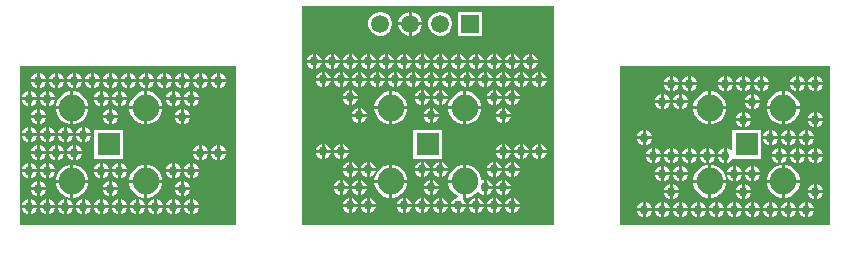
<source format=gbl>
G04*
G04 #@! TF.GenerationSoftware,Altium Limited,Altium Designer,21.9.2 (33)*
G04*
G04 Layer_Physical_Order=2*
G04 Layer_Color=16711680*
%FSLAX24Y24*%
%MOIN*%
G70*
G04*
G04 #@! TF.SameCoordinates,87D4948C-9FC7-47F9-90E0-4F3E9AE4390E*
G04*
G04*
G04 #@! TF.FilePolarity,Positive*
G04*
G01*
G75*
%ADD21R,0.0768X0.0768*%
%ADD22C,0.0886*%
%ADD23C,0.0010*%
%ADD24C,0.0591*%
%ADD25R,0.0591X0.0591*%
%ADD26C,0.0300*%
G36*
X7400Y1700D02*
X200D01*
Y7000D01*
X7400D01*
Y1700D01*
D02*
G37*
G36*
X18000D02*
X9600D01*
Y9000D01*
X18000D01*
Y1700D01*
D02*
G37*
G36*
X27200Y1700D02*
X20200D01*
Y7000D01*
X27200D01*
Y1700D01*
D02*
G37*
%LPC*%
G36*
X6850Y6750D02*
Y6550D01*
X7050D01*
X7012Y6642D01*
X6942Y6712D01*
X6850Y6750D01*
D02*
G37*
G36*
X6750D02*
X6658Y6712D01*
X6588Y6642D01*
X6550Y6550D01*
X6750D01*
Y6750D01*
D02*
G37*
G36*
X6250D02*
Y6550D01*
X6450D01*
X6412Y6642D01*
X6342Y6712D01*
X6250Y6750D01*
D02*
G37*
G36*
X6150D02*
X6058Y6712D01*
X5988Y6642D01*
X5950Y6550D01*
X6150D01*
Y6750D01*
D02*
G37*
G36*
X5650D02*
Y6550D01*
X5850D01*
X5812Y6642D01*
X5742Y6712D01*
X5650Y6750D01*
D02*
G37*
G36*
X5550D02*
X5458Y6712D01*
X5388Y6642D01*
X5350Y6550D01*
X5550D01*
Y6750D01*
D02*
G37*
G36*
X5050D02*
Y6550D01*
X5250D01*
X5212Y6642D01*
X5142Y6712D01*
X5050Y6750D01*
D02*
G37*
G36*
X4950D02*
X4858Y6712D01*
X4788Y6642D01*
X4750Y6550D01*
X4950D01*
Y6750D01*
D02*
G37*
G36*
X4450D02*
Y6550D01*
X4650D01*
X4612Y6642D01*
X4542Y6712D01*
X4450Y6750D01*
D02*
G37*
G36*
X4350D02*
X4258Y6712D01*
X4188Y6642D01*
X4150Y6550D01*
X4350D01*
Y6750D01*
D02*
G37*
G36*
X3850D02*
Y6550D01*
X4050D01*
X4012Y6642D01*
X3942Y6712D01*
X3850Y6750D01*
D02*
G37*
G36*
X3750D02*
X3658Y6712D01*
X3588Y6642D01*
X3550Y6550D01*
X3750D01*
Y6750D01*
D02*
G37*
G36*
X3250D02*
Y6550D01*
X3450D01*
X3412Y6642D01*
X3342Y6712D01*
X3250Y6750D01*
D02*
G37*
G36*
X3150D02*
X3058Y6712D01*
X2988Y6642D01*
X2950Y6550D01*
X3150D01*
Y6750D01*
D02*
G37*
G36*
X2650D02*
Y6550D01*
X2850D01*
X2812Y6642D01*
X2742Y6712D01*
X2650Y6750D01*
D02*
G37*
G36*
X2550D02*
X2458Y6712D01*
X2388Y6642D01*
X2350Y6550D01*
X2550D01*
Y6750D01*
D02*
G37*
G36*
X2050D02*
Y6550D01*
X2250D01*
X2212Y6642D01*
X2142Y6712D01*
X2050Y6750D01*
D02*
G37*
G36*
X1950D02*
X1858Y6712D01*
X1788Y6642D01*
X1750Y6550D01*
X1950D01*
Y6750D01*
D02*
G37*
G36*
X1450D02*
Y6550D01*
X1650D01*
X1612Y6642D01*
X1542Y6712D01*
X1450Y6750D01*
D02*
G37*
G36*
X1350D02*
X1258Y6712D01*
X1188Y6642D01*
X1150Y6550D01*
X1350D01*
Y6750D01*
D02*
G37*
G36*
X850D02*
Y6550D01*
X1050D01*
X1012Y6642D01*
X942Y6712D01*
X850Y6750D01*
D02*
G37*
G36*
X750D02*
X658Y6712D01*
X588Y6642D01*
X550Y6550D01*
X750D01*
Y6750D01*
D02*
G37*
G36*
X7050Y6450D02*
X6850D01*
Y6250D01*
X6942Y6288D01*
X7012Y6358D01*
X7050Y6450D01*
D02*
G37*
G36*
X6750D02*
X6550D01*
X6588Y6358D01*
X6658Y6288D01*
X6750Y6250D01*
Y6450D01*
D02*
G37*
G36*
X6450D02*
X6250D01*
Y6250D01*
X6342Y6288D01*
X6412Y6358D01*
X6450Y6450D01*
D02*
G37*
G36*
X6150D02*
X5950D01*
X5988Y6358D01*
X6058Y6288D01*
X6150Y6250D01*
Y6450D01*
D02*
G37*
G36*
X5850D02*
X5650D01*
Y6250D01*
X5742Y6288D01*
X5812Y6358D01*
X5850Y6450D01*
D02*
G37*
G36*
X5550D02*
X5350D01*
X5388Y6358D01*
X5458Y6288D01*
X5550Y6250D01*
Y6450D01*
D02*
G37*
G36*
X5250D02*
X5050D01*
Y6250D01*
X5142Y6288D01*
X5212Y6358D01*
X5250Y6450D01*
D02*
G37*
G36*
X4950D02*
X4750D01*
X4788Y6358D01*
X4858Y6288D01*
X4950Y6250D01*
Y6450D01*
D02*
G37*
G36*
X4650D02*
X4450D01*
Y6250D01*
X4542Y6288D01*
X4612Y6358D01*
X4650Y6450D01*
D02*
G37*
G36*
X4350D02*
X4150D01*
X4188Y6358D01*
X4258Y6288D01*
X4350Y6250D01*
Y6450D01*
D02*
G37*
G36*
X4050D02*
X3850D01*
Y6250D01*
X3942Y6288D01*
X4012Y6358D01*
X4050Y6450D01*
D02*
G37*
G36*
X3750D02*
X3550D01*
X3588Y6358D01*
X3658Y6288D01*
X3750Y6250D01*
Y6450D01*
D02*
G37*
G36*
X3450D02*
X3250D01*
Y6250D01*
X3342Y6288D01*
X3412Y6358D01*
X3450Y6450D01*
D02*
G37*
G36*
X3150D02*
X2950D01*
X2988Y6358D01*
X3058Y6288D01*
X3150Y6250D01*
Y6450D01*
D02*
G37*
G36*
X2850D02*
X2650D01*
Y6250D01*
X2742Y6288D01*
X2812Y6358D01*
X2850Y6450D01*
D02*
G37*
G36*
X2550D02*
X2350D01*
X2388Y6358D01*
X2458Y6288D01*
X2550Y6250D01*
Y6450D01*
D02*
G37*
G36*
X2250D02*
X2050D01*
Y6250D01*
X2142Y6288D01*
X2212Y6358D01*
X2250Y6450D01*
D02*
G37*
G36*
X1950D02*
X1750D01*
X1788Y6358D01*
X1858Y6288D01*
X1950Y6250D01*
Y6450D01*
D02*
G37*
G36*
X1650D02*
X1450D01*
Y6250D01*
X1542Y6288D01*
X1612Y6358D01*
X1650Y6450D01*
D02*
G37*
G36*
X1350D02*
X1150D01*
X1188Y6358D01*
X1258Y6288D01*
X1350Y6250D01*
Y6450D01*
D02*
G37*
G36*
X1050D02*
X850D01*
Y6250D01*
X942Y6288D01*
X1012Y6358D01*
X1050Y6450D01*
D02*
G37*
G36*
X750D02*
X550D01*
X588Y6358D01*
X658Y6288D01*
X750Y6250D01*
Y6450D01*
D02*
G37*
G36*
X5950Y6150D02*
Y5950D01*
X6150D01*
X6112Y6042D01*
X6042Y6112D01*
X5950Y6150D01*
D02*
G37*
G36*
X5850D02*
X5758Y6112D01*
X5688Y6042D01*
X5650Y5950D01*
X5850D01*
Y6150D01*
D02*
G37*
G36*
X5350D02*
Y5950D01*
X5550D01*
X5512Y6042D01*
X5442Y6112D01*
X5350Y6150D01*
D02*
G37*
G36*
X5250D02*
X5158Y6112D01*
X5088Y6042D01*
X5050Y5950D01*
X5250D01*
Y6150D01*
D02*
G37*
G36*
X3550D02*
Y5950D01*
X3750D01*
X3712Y6042D01*
X3642Y6112D01*
X3550Y6150D01*
D02*
G37*
G36*
X3450D02*
X3358Y6112D01*
X3288Y6042D01*
X3250Y5950D01*
X3450D01*
Y6150D01*
D02*
G37*
G36*
X2950D02*
Y5950D01*
X3150D01*
X3112Y6042D01*
X3042Y6112D01*
X2950Y6150D01*
D02*
G37*
G36*
X2850D02*
X2758Y6112D01*
X2688Y6042D01*
X2650Y5950D01*
X2850D01*
Y6150D01*
D02*
G37*
G36*
X1150D02*
Y5950D01*
X1350D01*
X1312Y6042D01*
X1242Y6112D01*
X1150Y6150D01*
D02*
G37*
G36*
X1050D02*
X958Y6112D01*
X888Y6042D01*
X850Y5950D01*
X1050D01*
Y6150D01*
D02*
G37*
G36*
X550D02*
Y5950D01*
X750D01*
X712Y6042D01*
X642Y6112D01*
X550Y6150D01*
D02*
G37*
G36*
X450D02*
X358Y6112D01*
X288Y6042D01*
X250Y5950D01*
X450D01*
Y6150D01*
D02*
G37*
G36*
X4451Y6147D02*
X4430D01*
Y5654D01*
X4923D01*
Y5676D01*
X4886Y5814D01*
X4814Y5938D01*
X4713Y6039D01*
X4589Y6110D01*
X4451Y6147D01*
D02*
G37*
G36*
X4330D02*
X4308D01*
X4170Y6110D01*
X4047Y6039D01*
X3945Y5938D01*
X3874Y5814D01*
X3837Y5676D01*
Y5654D01*
X4330D01*
Y6147D01*
D02*
G37*
G36*
X1991D02*
X1969D01*
Y5654D01*
X2462D01*
Y5676D01*
X2425Y5814D01*
X2354Y5938D01*
X2253Y6039D01*
X2129Y6110D01*
X1991Y6147D01*
D02*
G37*
G36*
X1869D02*
X1848D01*
X1710Y6110D01*
X1586Y6039D01*
X1485Y5938D01*
X1413Y5814D01*
X1376Y5676D01*
Y5654D01*
X1869D01*
Y6147D01*
D02*
G37*
G36*
X6150Y5850D02*
X5950D01*
Y5650D01*
X6042Y5688D01*
X6112Y5758D01*
X6150Y5850D01*
D02*
G37*
G36*
X5850D02*
X5650D01*
X5688Y5758D01*
X5758Y5688D01*
X5850Y5650D01*
Y5850D01*
D02*
G37*
G36*
X5550D02*
X5350D01*
Y5650D01*
X5442Y5688D01*
X5512Y5758D01*
X5550Y5850D01*
D02*
G37*
G36*
X5250D02*
X5050D01*
X5088Y5758D01*
X5158Y5688D01*
X5250Y5650D01*
Y5850D01*
D02*
G37*
G36*
X3750D02*
X3550D01*
Y5650D01*
X3642Y5688D01*
X3712Y5758D01*
X3750Y5850D01*
D02*
G37*
G36*
X3450D02*
X3250D01*
X3288Y5758D01*
X3358Y5688D01*
X3450Y5650D01*
Y5850D01*
D02*
G37*
G36*
X3150D02*
X2950D01*
Y5650D01*
X3042Y5688D01*
X3112Y5758D01*
X3150Y5850D01*
D02*
G37*
G36*
X2850D02*
X2650D01*
X2688Y5758D01*
X2758Y5688D01*
X2850Y5650D01*
Y5850D01*
D02*
G37*
G36*
X1350D02*
X1150D01*
Y5650D01*
X1242Y5688D01*
X1312Y5758D01*
X1350Y5850D01*
D02*
G37*
G36*
X1050D02*
X850D01*
X888Y5758D01*
X958Y5688D01*
X1050Y5650D01*
Y5850D01*
D02*
G37*
G36*
X750D02*
X550D01*
Y5650D01*
X642Y5688D01*
X712Y5758D01*
X750Y5850D01*
D02*
G37*
G36*
X450D02*
X250D01*
X288Y5758D01*
X358Y5688D01*
X450Y5650D01*
Y5850D01*
D02*
G37*
G36*
X5650Y5550D02*
Y5350D01*
X5850D01*
X5812Y5442D01*
X5742Y5512D01*
X5650Y5550D01*
D02*
G37*
G36*
X5550D02*
X5458Y5512D01*
X5388Y5442D01*
X5350Y5350D01*
X5550D01*
Y5550D01*
D02*
G37*
G36*
X3250D02*
Y5350D01*
X3450D01*
X3412Y5442D01*
X3342Y5512D01*
X3250Y5550D01*
D02*
G37*
G36*
X3150D02*
X3058Y5512D01*
X2988Y5442D01*
X2950Y5350D01*
X3150D01*
Y5550D01*
D02*
G37*
G36*
X850D02*
Y5350D01*
X1050D01*
X1012Y5442D01*
X942Y5512D01*
X850Y5550D01*
D02*
G37*
G36*
X750D02*
X658Y5512D01*
X588Y5442D01*
X550Y5350D01*
X750D01*
Y5550D01*
D02*
G37*
G36*
X4923Y5554D02*
X4430D01*
Y5061D01*
X4451D01*
X4589Y5098D01*
X4713Y5170D01*
X4814Y5271D01*
X4886Y5395D01*
X4923Y5533D01*
Y5554D01*
D02*
G37*
G36*
X4330D02*
X3837D01*
Y5533D01*
X3874Y5395D01*
X3945Y5271D01*
X4047Y5170D01*
X4170Y5098D01*
X4308Y5061D01*
X4330D01*
Y5554D01*
D02*
G37*
G36*
X2462D02*
X1969D01*
Y5061D01*
X1991D01*
X2129Y5098D01*
X2253Y5170D01*
X2354Y5271D01*
X2425Y5395D01*
X2462Y5533D01*
Y5554D01*
D02*
G37*
G36*
X1869D02*
X1376D01*
Y5533D01*
X1413Y5395D01*
X1485Y5271D01*
X1586Y5170D01*
X1710Y5098D01*
X1848Y5061D01*
X1869D01*
Y5554D01*
D02*
G37*
G36*
X5850Y5250D02*
X5650D01*
Y5050D01*
X5742Y5088D01*
X5812Y5158D01*
X5850Y5250D01*
D02*
G37*
G36*
X5550D02*
X5350D01*
X5388Y5158D01*
X5458Y5088D01*
X5550Y5050D01*
Y5250D01*
D02*
G37*
G36*
X3450D02*
X3250D01*
Y5050D01*
X3342Y5088D01*
X3412Y5158D01*
X3450Y5250D01*
D02*
G37*
G36*
X3150D02*
X2950D01*
X2988Y5158D01*
X3058Y5088D01*
X3150Y5050D01*
Y5250D01*
D02*
G37*
G36*
X1050D02*
X850D01*
Y5050D01*
X942Y5088D01*
X1012Y5158D01*
X1050Y5250D01*
D02*
G37*
G36*
X750D02*
X550D01*
X588Y5158D01*
X658Y5088D01*
X750Y5050D01*
Y5250D01*
D02*
G37*
G36*
X2350Y4950D02*
Y4750D01*
X2550D01*
X2512Y4842D01*
X2442Y4912D01*
X2350Y4950D01*
D02*
G37*
G36*
X2250D02*
X2158Y4912D01*
X2088Y4842D01*
X2050Y4750D01*
X2250D01*
Y4950D01*
D02*
G37*
G36*
X1750D02*
Y4750D01*
X1950D01*
X1912Y4842D01*
X1842Y4912D01*
X1750Y4950D01*
D02*
G37*
G36*
X1650D02*
X1558Y4912D01*
X1488Y4842D01*
X1450Y4750D01*
X1650D01*
Y4950D01*
D02*
G37*
G36*
X1150D02*
Y4750D01*
X1350D01*
X1312Y4842D01*
X1242Y4912D01*
X1150Y4950D01*
D02*
G37*
G36*
X1050D02*
X958Y4912D01*
X888Y4842D01*
X850Y4750D01*
X1050D01*
Y4950D01*
D02*
G37*
G36*
X550D02*
Y4750D01*
X750D01*
X712Y4842D01*
X642Y4912D01*
X550Y4950D01*
D02*
G37*
G36*
X450D02*
X358Y4912D01*
X288Y4842D01*
X250Y4750D01*
X450D01*
Y4950D01*
D02*
G37*
G36*
X2550Y4650D02*
X2350D01*
Y4450D01*
X2442Y4488D01*
X2512Y4558D01*
X2550Y4650D01*
D02*
G37*
G36*
X2250D02*
X2050D01*
X2088Y4558D01*
X2158Y4488D01*
X2250Y4450D01*
Y4650D01*
D02*
G37*
G36*
X1950D02*
X1750D01*
Y4450D01*
X1842Y4488D01*
X1912Y4558D01*
X1950Y4650D01*
D02*
G37*
G36*
X1650D02*
X1450D01*
X1488Y4558D01*
X1558Y4488D01*
X1650Y4450D01*
Y4650D01*
D02*
G37*
G36*
X1350D02*
X1150D01*
Y4450D01*
X1242Y4488D01*
X1312Y4558D01*
X1350Y4650D01*
D02*
G37*
G36*
X1050D02*
X850D01*
X888Y4558D01*
X958Y4488D01*
X1050Y4450D01*
Y4650D01*
D02*
G37*
G36*
X750D02*
X550D01*
Y4450D01*
X642Y4488D01*
X712Y4558D01*
X750Y4650D01*
D02*
G37*
G36*
X450D02*
X250D01*
X288Y4558D01*
X358Y4488D01*
X450Y4450D01*
Y4650D01*
D02*
G37*
G36*
X6850Y4350D02*
Y4150D01*
X7050D01*
X7012Y4242D01*
X6942Y4312D01*
X6850Y4350D01*
D02*
G37*
G36*
X6750D02*
X6658Y4312D01*
X6588Y4242D01*
X6550Y4150D01*
X6750D01*
Y4350D01*
D02*
G37*
G36*
X6250D02*
Y4150D01*
X6450D01*
X6412Y4242D01*
X6342Y4312D01*
X6250Y4350D01*
D02*
G37*
G36*
X6150D02*
X6058Y4312D01*
X5988Y4242D01*
X5950Y4150D01*
X6150D01*
Y4350D01*
D02*
G37*
G36*
X2050D02*
Y4150D01*
X2250D01*
X2212Y4242D01*
X2142Y4312D01*
X2050Y4350D01*
D02*
G37*
G36*
X1950D02*
X1858Y4312D01*
X1788Y4242D01*
X1750Y4150D01*
X1950D01*
Y4350D01*
D02*
G37*
G36*
X1450D02*
Y4150D01*
X1650D01*
X1612Y4242D01*
X1542Y4312D01*
X1450Y4350D01*
D02*
G37*
G36*
X1350D02*
X1258Y4312D01*
X1188Y4242D01*
X1150Y4150D01*
X1350D01*
Y4350D01*
D02*
G37*
G36*
X850D02*
Y4150D01*
X1050D01*
X1012Y4242D01*
X942Y4312D01*
X850Y4350D01*
D02*
G37*
G36*
X750D02*
X658Y4312D01*
X588Y4242D01*
X550Y4150D01*
X750D01*
Y4350D01*
D02*
G37*
G36*
X3633Y4858D02*
X2666D01*
Y3890D01*
X3633D01*
Y4858D01*
D02*
G37*
G36*
X7050Y4050D02*
X6850D01*
Y3850D01*
X6942Y3888D01*
X7012Y3958D01*
X7050Y4050D01*
D02*
G37*
G36*
X6750D02*
X6550D01*
X6588Y3958D01*
X6658Y3888D01*
X6750Y3850D01*
Y4050D01*
D02*
G37*
G36*
X6450D02*
X6250D01*
Y3850D01*
X6342Y3888D01*
X6412Y3958D01*
X6450Y4050D01*
D02*
G37*
G36*
X6150D02*
X5950D01*
X5988Y3958D01*
X6058Y3888D01*
X6150Y3850D01*
Y4050D01*
D02*
G37*
G36*
X2250D02*
X2050D01*
Y3850D01*
X2142Y3888D01*
X2212Y3958D01*
X2250Y4050D01*
D02*
G37*
G36*
X1950D02*
X1750D01*
X1788Y3958D01*
X1858Y3888D01*
X1950Y3850D01*
Y4050D01*
D02*
G37*
G36*
X1650D02*
X1450D01*
Y3850D01*
X1542Y3888D01*
X1612Y3958D01*
X1650Y4050D01*
D02*
G37*
G36*
X1350D02*
X1150D01*
X1188Y3958D01*
X1258Y3888D01*
X1350Y3850D01*
Y4050D01*
D02*
G37*
G36*
X1050D02*
X850D01*
Y3850D01*
X942Y3888D01*
X1012Y3958D01*
X1050Y4050D01*
D02*
G37*
G36*
X750D02*
X550D01*
X588Y3958D01*
X658Y3888D01*
X750Y3850D01*
Y4050D01*
D02*
G37*
G36*
X5950Y3750D02*
Y3550D01*
X6150D01*
X6112Y3642D01*
X6042Y3712D01*
X5950Y3750D01*
D02*
G37*
G36*
X5850D02*
X5758Y3712D01*
X5688Y3642D01*
X5650Y3550D01*
X5850D01*
Y3750D01*
D02*
G37*
G36*
X5350D02*
Y3550D01*
X5550D01*
X5512Y3642D01*
X5442Y3712D01*
X5350Y3750D01*
D02*
G37*
G36*
X5250D02*
X5158Y3712D01*
X5088Y3642D01*
X5050Y3550D01*
X5250D01*
Y3750D01*
D02*
G37*
G36*
X3550D02*
Y3550D01*
X3750D01*
X3712Y3642D01*
X3642Y3712D01*
X3550Y3750D01*
D02*
G37*
G36*
X3450D02*
X3358Y3712D01*
X3288Y3642D01*
X3250Y3550D01*
X3450D01*
Y3750D01*
D02*
G37*
G36*
X2950D02*
Y3550D01*
X3150D01*
X3112Y3642D01*
X3042Y3712D01*
X2950Y3750D01*
D02*
G37*
G36*
X2850D02*
X2758Y3712D01*
X2688Y3642D01*
X2650Y3550D01*
X2850D01*
Y3750D01*
D02*
G37*
G36*
X1150D02*
Y3550D01*
X1350D01*
X1312Y3642D01*
X1242Y3712D01*
X1150Y3750D01*
D02*
G37*
G36*
X1050D02*
X958Y3712D01*
X888Y3642D01*
X850Y3550D01*
X1050D01*
Y3750D01*
D02*
G37*
G36*
X550D02*
Y3550D01*
X750D01*
X712Y3642D01*
X642Y3712D01*
X550Y3750D01*
D02*
G37*
G36*
X450D02*
X358Y3712D01*
X288Y3642D01*
X250Y3550D01*
X450D01*
Y3750D01*
D02*
G37*
G36*
X6150Y3450D02*
X5950D01*
Y3250D01*
X6042Y3288D01*
X6112Y3358D01*
X6150Y3450D01*
D02*
G37*
G36*
X5850D02*
X5650D01*
X5688Y3358D01*
X5758Y3288D01*
X5850Y3250D01*
Y3450D01*
D02*
G37*
G36*
X5550D02*
X5350D01*
Y3250D01*
X5442Y3288D01*
X5512Y3358D01*
X5550Y3450D01*
D02*
G37*
G36*
X5250D02*
X5050D01*
X5088Y3358D01*
X5158Y3288D01*
X5250Y3250D01*
Y3450D01*
D02*
G37*
G36*
X3750D02*
X3550D01*
Y3250D01*
X3642Y3288D01*
X3712Y3358D01*
X3750Y3450D01*
D02*
G37*
G36*
X3450D02*
X3250D01*
X3288Y3358D01*
X3358Y3288D01*
X3450Y3250D01*
Y3450D01*
D02*
G37*
G36*
X3150D02*
X2950D01*
Y3250D01*
X3042Y3288D01*
X3112Y3358D01*
X3150Y3450D01*
D02*
G37*
G36*
X2850D02*
X2650D01*
X2688Y3358D01*
X2758Y3288D01*
X2850Y3250D01*
Y3450D01*
D02*
G37*
G36*
X1350D02*
X1150D01*
Y3250D01*
X1242Y3288D01*
X1312Y3358D01*
X1350Y3450D01*
D02*
G37*
G36*
X1050D02*
X850D01*
X888Y3358D01*
X958Y3288D01*
X1050Y3250D01*
Y3450D01*
D02*
G37*
G36*
X750D02*
X550D01*
Y3250D01*
X642Y3288D01*
X712Y3358D01*
X750Y3450D01*
D02*
G37*
G36*
X450D02*
X250D01*
X288Y3358D01*
X358Y3288D01*
X450Y3250D01*
Y3450D01*
D02*
G37*
G36*
X4451Y3687D02*
X4430D01*
Y3194D01*
X4923D01*
Y3215D01*
X4886Y3353D01*
X4814Y3477D01*
X4713Y3578D01*
X4589Y3650D01*
X4451Y3687D01*
D02*
G37*
G36*
X4330D02*
X4308D01*
X4170Y3650D01*
X4047Y3578D01*
X3945Y3477D01*
X3874Y3353D01*
X3837Y3215D01*
Y3194D01*
X4330D01*
Y3687D01*
D02*
G37*
G36*
X1991D02*
X1969D01*
Y3194D01*
X2462D01*
Y3215D01*
X2425Y3353D01*
X2354Y3477D01*
X2253Y3578D01*
X2129Y3650D01*
X1991Y3687D01*
D02*
G37*
G36*
X1869D02*
X1848D01*
X1710Y3650D01*
X1586Y3578D01*
X1485Y3477D01*
X1413Y3353D01*
X1376Y3215D01*
Y3194D01*
X1869D01*
Y3687D01*
D02*
G37*
G36*
X5650Y3150D02*
Y2950D01*
X5850D01*
X5812Y3042D01*
X5742Y3112D01*
X5650Y3150D01*
D02*
G37*
G36*
X5550D02*
X5458Y3112D01*
X5388Y3042D01*
X5350Y2950D01*
X5550D01*
Y3150D01*
D02*
G37*
G36*
X3250D02*
Y2950D01*
X3450D01*
X3412Y3042D01*
X3342Y3112D01*
X3250Y3150D01*
D02*
G37*
G36*
X3150D02*
X3058Y3112D01*
X2988Y3042D01*
X2950Y2950D01*
X3150D01*
Y3150D01*
D02*
G37*
G36*
X850D02*
Y2950D01*
X1050D01*
X1012Y3042D01*
X942Y3112D01*
X850Y3150D01*
D02*
G37*
G36*
X750D02*
X658Y3112D01*
X588Y3042D01*
X550Y2950D01*
X750D01*
Y3150D01*
D02*
G37*
G36*
X5850Y2850D02*
X5650D01*
Y2650D01*
X5742Y2688D01*
X5812Y2758D01*
X5850Y2850D01*
D02*
G37*
G36*
X5550D02*
X5350D01*
X5388Y2758D01*
X5458Y2688D01*
X5550Y2650D01*
Y2850D01*
D02*
G37*
G36*
X3450D02*
X3250D01*
Y2650D01*
X3342Y2688D01*
X3412Y2758D01*
X3450Y2850D01*
D02*
G37*
G36*
X3150D02*
X2950D01*
X2988Y2758D01*
X3058Y2688D01*
X3150Y2650D01*
Y2850D01*
D02*
G37*
G36*
X1050D02*
X850D01*
Y2650D01*
X942Y2688D01*
X1012Y2758D01*
X1050Y2850D01*
D02*
G37*
G36*
X750D02*
X550D01*
X588Y2758D01*
X658Y2688D01*
X750Y2650D01*
Y2850D01*
D02*
G37*
G36*
X4923Y3094D02*
X4430D01*
Y2601D01*
X4451D01*
X4589Y2638D01*
X4713Y2709D01*
X4814Y2810D01*
X4886Y2934D01*
X4923Y3072D01*
Y3094D01*
D02*
G37*
G36*
X4330D02*
X3837D01*
Y3072D01*
X3874Y2934D01*
X3945Y2810D01*
X4047Y2709D01*
X4170Y2638D01*
X4308Y2601D01*
X4330D01*
Y3094D01*
D02*
G37*
G36*
X2462D02*
X1969D01*
Y2601D01*
X1991D01*
X2129Y2638D01*
X2253Y2709D01*
X2354Y2810D01*
X2425Y2934D01*
X2462Y3072D01*
Y3094D01*
D02*
G37*
G36*
X1869D02*
X1376D01*
Y3072D01*
X1413Y2934D01*
X1485Y2810D01*
X1586Y2709D01*
X1710Y2638D01*
X1848Y2601D01*
X1869D01*
Y3094D01*
D02*
G37*
G36*
X5950Y2550D02*
Y2350D01*
X6150D01*
X6112Y2442D01*
X6042Y2512D01*
X5950Y2550D01*
D02*
G37*
G36*
X5850D02*
X5758Y2512D01*
X5688Y2442D01*
X5650Y2350D01*
X5850D01*
Y2550D01*
D02*
G37*
G36*
X5350D02*
Y2350D01*
X5550D01*
X5512Y2442D01*
X5442Y2512D01*
X5350Y2550D01*
D02*
G37*
G36*
X5250D02*
X5158Y2512D01*
X5088Y2442D01*
X5050Y2350D01*
X5250D01*
Y2550D01*
D02*
G37*
G36*
X4750D02*
Y2350D01*
X4950D01*
X4912Y2442D01*
X4842Y2512D01*
X4750Y2550D01*
D02*
G37*
G36*
X4650D02*
X4558Y2512D01*
X4488Y2442D01*
X4450Y2350D01*
X4650D01*
Y2550D01*
D02*
G37*
G36*
X4150D02*
Y2350D01*
X4350D01*
X4312Y2442D01*
X4242Y2512D01*
X4150Y2550D01*
D02*
G37*
G36*
X4050D02*
X3958Y2512D01*
X3888Y2442D01*
X3850Y2350D01*
X4050D01*
Y2550D01*
D02*
G37*
G36*
X3550D02*
Y2350D01*
X3750D01*
X3712Y2442D01*
X3642Y2512D01*
X3550Y2550D01*
D02*
G37*
G36*
X3450D02*
X3358Y2512D01*
X3288Y2442D01*
X3250Y2350D01*
X3450D01*
Y2550D01*
D02*
G37*
G36*
X2950D02*
Y2350D01*
X3150D01*
X3112Y2442D01*
X3042Y2512D01*
X2950Y2550D01*
D02*
G37*
G36*
X2850D02*
X2758Y2512D01*
X2688Y2442D01*
X2650Y2350D01*
X2850D01*
Y2550D01*
D02*
G37*
G36*
X2350D02*
Y2350D01*
X2550D01*
X2512Y2442D01*
X2442Y2512D01*
X2350Y2550D01*
D02*
G37*
G36*
X2250D02*
X2158Y2512D01*
X2088Y2442D01*
X2050Y2350D01*
X2250D01*
Y2550D01*
D02*
G37*
G36*
X1750D02*
Y2350D01*
X1950D01*
X1912Y2442D01*
X1842Y2512D01*
X1750Y2550D01*
D02*
G37*
G36*
X1650D02*
X1558Y2512D01*
X1488Y2442D01*
X1450Y2350D01*
X1650D01*
Y2550D01*
D02*
G37*
G36*
X1150D02*
Y2350D01*
X1350D01*
X1312Y2442D01*
X1242Y2512D01*
X1150Y2550D01*
D02*
G37*
G36*
X1050D02*
X958Y2512D01*
X888Y2442D01*
X850Y2350D01*
X1050D01*
Y2550D01*
D02*
G37*
G36*
X550D02*
Y2350D01*
X750D01*
X712Y2442D01*
X642Y2512D01*
X550Y2550D01*
D02*
G37*
G36*
X450D02*
X358Y2512D01*
X288Y2442D01*
X250Y2350D01*
X450D01*
Y2550D01*
D02*
G37*
G36*
X6150Y2250D02*
X5950D01*
Y2050D01*
X6042Y2088D01*
X6112Y2158D01*
X6150Y2250D01*
D02*
G37*
G36*
X5850D02*
X5650D01*
X5688Y2158D01*
X5758Y2088D01*
X5850Y2050D01*
Y2250D01*
D02*
G37*
G36*
X5550D02*
X5350D01*
Y2050D01*
X5442Y2088D01*
X5512Y2158D01*
X5550Y2250D01*
D02*
G37*
G36*
X5250D02*
X5050D01*
X5088Y2158D01*
X5158Y2088D01*
X5250Y2050D01*
Y2250D01*
D02*
G37*
G36*
X4950D02*
X4750D01*
Y2050D01*
X4842Y2088D01*
X4912Y2158D01*
X4950Y2250D01*
D02*
G37*
G36*
X4650D02*
X4450D01*
X4488Y2158D01*
X4558Y2088D01*
X4650Y2050D01*
Y2250D01*
D02*
G37*
G36*
X4350D02*
X4150D01*
Y2050D01*
X4242Y2088D01*
X4312Y2158D01*
X4350Y2250D01*
D02*
G37*
G36*
X4050D02*
X3850D01*
X3888Y2158D01*
X3958Y2088D01*
X4050Y2050D01*
Y2250D01*
D02*
G37*
G36*
X3750D02*
X3550D01*
Y2050D01*
X3642Y2088D01*
X3712Y2158D01*
X3750Y2250D01*
D02*
G37*
G36*
X3450D02*
X3250D01*
X3288Y2158D01*
X3358Y2088D01*
X3450Y2050D01*
Y2250D01*
D02*
G37*
G36*
X3150D02*
X2950D01*
Y2050D01*
X3042Y2088D01*
X3112Y2158D01*
X3150Y2250D01*
D02*
G37*
G36*
X2850D02*
X2650D01*
X2688Y2158D01*
X2758Y2088D01*
X2850Y2050D01*
Y2250D01*
D02*
G37*
G36*
X2550D02*
X2350D01*
Y2050D01*
X2442Y2088D01*
X2512Y2158D01*
X2550Y2250D01*
D02*
G37*
G36*
X2250D02*
X2050D01*
X2088Y2158D01*
X2158Y2088D01*
X2250Y2050D01*
Y2250D01*
D02*
G37*
G36*
X1950D02*
X1750D01*
Y2050D01*
X1842Y2088D01*
X1912Y2158D01*
X1950Y2250D01*
D02*
G37*
G36*
X1650D02*
X1450D01*
X1488Y2158D01*
X1558Y2088D01*
X1650Y2050D01*
Y2250D01*
D02*
G37*
G36*
X1350D02*
X1150D01*
Y2050D01*
X1242Y2088D01*
X1312Y2158D01*
X1350Y2250D01*
D02*
G37*
G36*
X1050D02*
X850D01*
X888Y2158D01*
X958Y2088D01*
X1050Y2050D01*
Y2250D01*
D02*
G37*
G36*
X750D02*
X550D01*
Y2050D01*
X642Y2088D01*
X712Y2158D01*
X750Y2250D01*
D02*
G37*
G36*
X450D02*
X250D01*
X288Y2158D01*
X358Y2088D01*
X450Y2050D01*
Y2250D01*
D02*
G37*
G36*
X13252Y8795D02*
X13250D01*
Y8450D01*
X13595D01*
Y8452D01*
X13568Y8553D01*
X13516Y8643D01*
X13443Y8716D01*
X13353Y8768D01*
X13252Y8795D01*
D02*
G37*
G36*
X13150D02*
X13148D01*
X13047Y8768D01*
X12957Y8716D01*
X12884Y8643D01*
X12832Y8553D01*
X12805Y8452D01*
Y8450D01*
X13150D01*
Y8795D01*
D02*
G37*
G36*
X15595D02*
X14805D01*
Y8005D01*
X15595D01*
Y8795D01*
D02*
G37*
G36*
X14252D02*
X14148D01*
X14047Y8768D01*
X13957Y8716D01*
X13884Y8643D01*
X13832Y8553D01*
X13805Y8452D01*
Y8348D01*
X13832Y8247D01*
X13884Y8157D01*
X13957Y8084D01*
X14047Y8032D01*
X14148Y8005D01*
X14252D01*
X14353Y8032D01*
X14443Y8084D01*
X14516Y8157D01*
X14568Y8247D01*
X14595Y8348D01*
Y8452D01*
X14568Y8553D01*
X14516Y8643D01*
X14443Y8716D01*
X14353Y8768D01*
X14252Y8795D01*
D02*
G37*
G36*
X13595Y8350D02*
X13250D01*
Y8005D01*
X13252D01*
X13353Y8032D01*
X13443Y8084D01*
X13516Y8157D01*
X13568Y8247D01*
X13595Y8348D01*
Y8350D01*
D02*
G37*
G36*
X13150D02*
X12805D01*
Y8348D01*
X12832Y8247D01*
X12884Y8157D01*
X12957Y8084D01*
X13047Y8032D01*
X13148Y8005D01*
X13150D01*
Y8350D01*
D02*
G37*
G36*
X12252Y8795D02*
X12148D01*
X12047Y8768D01*
X11957Y8716D01*
X11884Y8643D01*
X11832Y8553D01*
X11805Y8452D01*
Y8348D01*
X11832Y8247D01*
X11884Y8157D01*
X11957Y8084D01*
X12047Y8032D01*
X12148Y8005D01*
X12252D01*
X12353Y8032D01*
X12443Y8084D01*
X12516Y8157D01*
X12568Y8247D01*
X12595Y8348D01*
Y8452D01*
X12568Y8553D01*
X12516Y8643D01*
X12443Y8716D01*
X12353Y8768D01*
X12252Y8795D01*
D02*
G37*
G36*
X17245Y7398D02*
Y7198D01*
X17445D01*
X17407Y7290D01*
X17337Y7360D01*
X17245Y7398D01*
D02*
G37*
G36*
X17145D02*
X17054Y7360D01*
X16983Y7290D01*
X16945Y7198D01*
X17145D01*
Y7398D01*
D02*
G37*
G36*
X16645D02*
Y7198D01*
X16845D01*
X16807Y7290D01*
X16737Y7360D01*
X16645Y7398D01*
D02*
G37*
G36*
X16545D02*
X16454Y7360D01*
X16383Y7290D01*
X16345Y7198D01*
X16545D01*
Y7398D01*
D02*
G37*
G36*
X16045D02*
Y7198D01*
X16245D01*
X16207Y7290D01*
X16137Y7360D01*
X16045Y7398D01*
D02*
G37*
G36*
X15945D02*
X15854Y7360D01*
X15783Y7290D01*
X15745Y7198D01*
X15945D01*
Y7398D01*
D02*
G37*
G36*
X15445D02*
Y7198D01*
X15645D01*
X15607Y7290D01*
X15537Y7360D01*
X15445Y7398D01*
D02*
G37*
G36*
X15345D02*
X15254Y7360D01*
X15183Y7290D01*
X15145Y7198D01*
X15345D01*
Y7398D01*
D02*
G37*
G36*
X14845D02*
Y7198D01*
X15045D01*
X15007Y7290D01*
X14937Y7360D01*
X14845Y7398D01*
D02*
G37*
G36*
X14745D02*
X14654Y7360D01*
X14583Y7290D01*
X14545Y7198D01*
X14745D01*
Y7398D01*
D02*
G37*
G36*
X14245D02*
Y7198D01*
X14445D01*
X14407Y7290D01*
X14337Y7360D01*
X14245Y7398D01*
D02*
G37*
G36*
X14145D02*
X14054Y7360D01*
X13983Y7290D01*
X13945Y7198D01*
X14145D01*
Y7398D01*
D02*
G37*
G36*
X13645D02*
Y7198D01*
X13845D01*
X13807Y7290D01*
X13737Y7360D01*
X13645Y7398D01*
D02*
G37*
G36*
X13545D02*
X13454Y7360D01*
X13383Y7290D01*
X13345Y7198D01*
X13545D01*
Y7398D01*
D02*
G37*
G36*
X13045D02*
Y7198D01*
X13245D01*
X13207Y7290D01*
X13137Y7360D01*
X13045Y7398D01*
D02*
G37*
G36*
X12945D02*
X12854Y7360D01*
X12783Y7290D01*
X12745Y7198D01*
X12945D01*
Y7398D01*
D02*
G37*
G36*
X12445D02*
Y7198D01*
X12645D01*
X12607Y7290D01*
X12537Y7360D01*
X12445Y7398D01*
D02*
G37*
G36*
X12345D02*
X12254Y7360D01*
X12183Y7290D01*
X12145Y7198D01*
X12345D01*
Y7398D01*
D02*
G37*
G36*
X11845D02*
Y7198D01*
X12045D01*
X12007Y7290D01*
X11937Y7360D01*
X11845Y7398D01*
D02*
G37*
G36*
X11745D02*
X11654Y7360D01*
X11583Y7290D01*
X11545Y7198D01*
X11745D01*
Y7398D01*
D02*
G37*
G36*
X11245D02*
Y7198D01*
X11445D01*
X11407Y7290D01*
X11337Y7360D01*
X11245Y7398D01*
D02*
G37*
G36*
X11145D02*
X11054Y7360D01*
X10983Y7290D01*
X10945Y7198D01*
X11145D01*
Y7398D01*
D02*
G37*
G36*
X10645D02*
Y7198D01*
X10845D01*
X10807Y7290D01*
X10737Y7360D01*
X10645Y7398D01*
D02*
G37*
G36*
X10545D02*
X10454Y7360D01*
X10383Y7290D01*
X10345Y7198D01*
X10545D01*
Y7398D01*
D02*
G37*
G36*
X10045D02*
Y7198D01*
X10245D01*
X10207Y7290D01*
X10137Y7360D01*
X10045Y7398D01*
D02*
G37*
G36*
X9945D02*
X9854Y7360D01*
X9783Y7290D01*
X9745Y7198D01*
X9945D01*
Y7398D01*
D02*
G37*
G36*
X17445Y7098D02*
X17245D01*
Y6898D01*
X17337Y6936D01*
X17407Y7006D01*
X17445Y7098D01*
D02*
G37*
G36*
X17145D02*
X16945D01*
X16983Y7006D01*
X17054Y6936D01*
X17145Y6898D01*
Y7098D01*
D02*
G37*
G36*
X16845D02*
X16645D01*
Y6898D01*
X16737Y6936D01*
X16807Y7006D01*
X16845Y7098D01*
D02*
G37*
G36*
X16545D02*
X16345D01*
X16383Y7006D01*
X16454Y6936D01*
X16545Y6898D01*
Y7098D01*
D02*
G37*
G36*
X16245D02*
X16045D01*
Y6898D01*
X16137Y6936D01*
X16207Y7006D01*
X16245Y7098D01*
D02*
G37*
G36*
X15945D02*
X15745D01*
X15783Y7006D01*
X15854Y6936D01*
X15945Y6898D01*
Y7098D01*
D02*
G37*
G36*
X15645D02*
X15445D01*
Y6898D01*
X15537Y6936D01*
X15607Y7006D01*
X15645Y7098D01*
D02*
G37*
G36*
X15345D02*
X15145D01*
X15183Y7006D01*
X15254Y6936D01*
X15345Y6898D01*
Y7098D01*
D02*
G37*
G36*
X15045D02*
X14845D01*
Y6898D01*
X14937Y6936D01*
X15007Y7006D01*
X15045Y7098D01*
D02*
G37*
G36*
X14745D02*
X14545D01*
X14583Y7006D01*
X14654Y6936D01*
X14745Y6898D01*
Y7098D01*
D02*
G37*
G36*
X14445D02*
X14245D01*
Y6898D01*
X14337Y6936D01*
X14407Y7006D01*
X14445Y7098D01*
D02*
G37*
G36*
X14145D02*
X13945D01*
X13983Y7006D01*
X14054Y6936D01*
X14145Y6898D01*
Y7098D01*
D02*
G37*
G36*
X13845D02*
X13645D01*
Y6898D01*
X13737Y6936D01*
X13807Y7006D01*
X13845Y7098D01*
D02*
G37*
G36*
X13545D02*
X13345D01*
X13383Y7006D01*
X13454Y6936D01*
X13545Y6898D01*
Y7098D01*
D02*
G37*
G36*
X13245D02*
X13045D01*
Y6898D01*
X13137Y6936D01*
X13207Y7006D01*
X13245Y7098D01*
D02*
G37*
G36*
X12945D02*
X12745D01*
X12783Y7006D01*
X12854Y6936D01*
X12945Y6898D01*
Y7098D01*
D02*
G37*
G36*
X12645D02*
X12445D01*
Y6898D01*
X12537Y6936D01*
X12607Y7006D01*
X12645Y7098D01*
D02*
G37*
G36*
X12345D02*
X12145D01*
X12183Y7006D01*
X12254Y6936D01*
X12345Y6898D01*
Y7098D01*
D02*
G37*
G36*
X12045D02*
X11845D01*
Y6898D01*
X11937Y6936D01*
X12007Y7006D01*
X12045Y7098D01*
D02*
G37*
G36*
X11745D02*
X11545D01*
X11583Y7006D01*
X11654Y6936D01*
X11745Y6898D01*
Y7098D01*
D02*
G37*
G36*
X11445D02*
X11245D01*
Y6898D01*
X11337Y6936D01*
X11407Y7006D01*
X11445Y7098D01*
D02*
G37*
G36*
X11145D02*
X10945D01*
X10983Y7006D01*
X11054Y6936D01*
X11145Y6898D01*
Y7098D01*
D02*
G37*
G36*
X10845D02*
X10645D01*
Y6898D01*
X10737Y6936D01*
X10807Y7006D01*
X10845Y7098D01*
D02*
G37*
G36*
X10545D02*
X10345D01*
X10383Y7006D01*
X10454Y6936D01*
X10545Y6898D01*
Y7098D01*
D02*
G37*
G36*
X10245D02*
X10045D01*
Y6898D01*
X10137Y6936D01*
X10207Y7006D01*
X10245Y7098D01*
D02*
G37*
G36*
X9945D02*
X9745D01*
X9783Y7006D01*
X9854Y6936D01*
X9945Y6898D01*
Y7098D01*
D02*
G37*
G36*
X17545Y6798D02*
Y6598D01*
X17745D01*
X17707Y6690D01*
X17637Y6760D01*
X17545Y6798D01*
D02*
G37*
G36*
X17445D02*
X17354Y6760D01*
X17283Y6690D01*
X17245Y6598D01*
X17445D01*
Y6798D01*
D02*
G37*
G36*
X16945D02*
Y6598D01*
X17145D01*
X17107Y6690D01*
X17037Y6760D01*
X16945Y6798D01*
D02*
G37*
G36*
X16845D02*
X16754Y6760D01*
X16683Y6690D01*
X16645Y6598D01*
X16845D01*
Y6798D01*
D02*
G37*
G36*
X16345D02*
Y6598D01*
X16545D01*
X16507Y6690D01*
X16437Y6760D01*
X16345Y6798D01*
D02*
G37*
G36*
X16245D02*
X16154Y6760D01*
X16083Y6690D01*
X16045Y6598D01*
X16245D01*
Y6798D01*
D02*
G37*
G36*
X15745D02*
Y6598D01*
X15945D01*
X15907Y6690D01*
X15837Y6760D01*
X15745Y6798D01*
D02*
G37*
G36*
X15645D02*
X15554Y6760D01*
X15483Y6690D01*
X15445Y6598D01*
X15645D01*
Y6798D01*
D02*
G37*
G36*
X15145D02*
Y6598D01*
X15345D01*
X15307Y6690D01*
X15237Y6760D01*
X15145Y6798D01*
D02*
G37*
G36*
X15045D02*
X14954Y6760D01*
X14883Y6690D01*
X14845Y6598D01*
X15045D01*
Y6798D01*
D02*
G37*
G36*
X14545D02*
Y6598D01*
X14745D01*
X14707Y6690D01*
X14637Y6760D01*
X14545Y6798D01*
D02*
G37*
G36*
X14445D02*
X14354Y6760D01*
X14283Y6690D01*
X14245Y6598D01*
X14445D01*
Y6798D01*
D02*
G37*
G36*
X13945D02*
Y6598D01*
X14145D01*
X14107Y6690D01*
X14037Y6760D01*
X13945Y6798D01*
D02*
G37*
G36*
X13845D02*
X13754Y6760D01*
X13683Y6690D01*
X13645Y6598D01*
X13845D01*
Y6798D01*
D02*
G37*
G36*
X13345D02*
Y6598D01*
X13545D01*
X13507Y6690D01*
X13437Y6760D01*
X13345Y6798D01*
D02*
G37*
G36*
X13245D02*
X13154Y6760D01*
X13083Y6690D01*
X13045Y6598D01*
X13245D01*
Y6798D01*
D02*
G37*
G36*
X12745D02*
Y6598D01*
X12945D01*
X12907Y6690D01*
X12837Y6760D01*
X12745Y6798D01*
D02*
G37*
G36*
X12645D02*
X12554Y6760D01*
X12483Y6690D01*
X12445Y6598D01*
X12645D01*
Y6798D01*
D02*
G37*
G36*
X12145D02*
Y6598D01*
X12345D01*
X12307Y6690D01*
X12237Y6760D01*
X12145Y6798D01*
D02*
G37*
G36*
X12045D02*
X11954Y6760D01*
X11883Y6690D01*
X11845Y6598D01*
X12045D01*
Y6798D01*
D02*
G37*
G36*
X11545D02*
Y6598D01*
X11745D01*
X11707Y6690D01*
X11637Y6760D01*
X11545Y6798D01*
D02*
G37*
G36*
X11445D02*
X11354Y6760D01*
X11283Y6690D01*
X11245Y6598D01*
X11445D01*
Y6798D01*
D02*
G37*
G36*
X10945D02*
Y6598D01*
X11145D01*
X11107Y6690D01*
X11037Y6760D01*
X10945Y6798D01*
D02*
G37*
G36*
X10845D02*
X10754Y6760D01*
X10683Y6690D01*
X10645Y6598D01*
X10845D01*
Y6798D01*
D02*
G37*
G36*
X10345D02*
Y6598D01*
X10545D01*
X10507Y6690D01*
X10437Y6760D01*
X10345Y6798D01*
D02*
G37*
G36*
X10245D02*
X10154Y6760D01*
X10083Y6690D01*
X10045Y6598D01*
X10245D01*
Y6798D01*
D02*
G37*
G36*
X17745Y6498D02*
X17545D01*
Y6298D01*
X17637Y6336D01*
X17707Y6406D01*
X17745Y6498D01*
D02*
G37*
G36*
X17445D02*
X17245D01*
X17283Y6406D01*
X17354Y6336D01*
X17445Y6298D01*
Y6498D01*
D02*
G37*
G36*
X17145D02*
X16945D01*
Y6298D01*
X17037Y6336D01*
X17107Y6406D01*
X17145Y6498D01*
D02*
G37*
G36*
X16845D02*
X16645D01*
X16683Y6406D01*
X16754Y6336D01*
X16845Y6298D01*
Y6498D01*
D02*
G37*
G36*
X16545D02*
X16345D01*
Y6298D01*
X16437Y6336D01*
X16507Y6406D01*
X16545Y6498D01*
D02*
G37*
G36*
X16245D02*
X16045D01*
X16083Y6406D01*
X16154Y6336D01*
X16245Y6298D01*
Y6498D01*
D02*
G37*
G36*
X15945D02*
X15745D01*
Y6298D01*
X15837Y6336D01*
X15907Y6406D01*
X15945Y6498D01*
D02*
G37*
G36*
X15645D02*
X15445D01*
X15483Y6406D01*
X15554Y6336D01*
X15645Y6298D01*
Y6498D01*
D02*
G37*
G36*
X15345D02*
X15145D01*
Y6298D01*
X15237Y6336D01*
X15307Y6406D01*
X15345Y6498D01*
D02*
G37*
G36*
X15045D02*
X14845D01*
X14883Y6406D01*
X14954Y6336D01*
X15045Y6298D01*
Y6498D01*
D02*
G37*
G36*
X14745D02*
X14545D01*
Y6298D01*
X14637Y6336D01*
X14707Y6406D01*
X14745Y6498D01*
D02*
G37*
G36*
X14445D02*
X14245D01*
X14283Y6406D01*
X14354Y6336D01*
X14445Y6298D01*
Y6498D01*
D02*
G37*
G36*
X14145D02*
X13945D01*
Y6298D01*
X14037Y6336D01*
X14107Y6406D01*
X14145Y6498D01*
D02*
G37*
G36*
X13845D02*
X13645D01*
X13683Y6406D01*
X13754Y6336D01*
X13845Y6298D01*
Y6498D01*
D02*
G37*
G36*
X13545D02*
X13345D01*
Y6298D01*
X13437Y6336D01*
X13507Y6406D01*
X13545Y6498D01*
D02*
G37*
G36*
X13245D02*
X13045D01*
X13083Y6406D01*
X13154Y6336D01*
X13245Y6298D01*
Y6498D01*
D02*
G37*
G36*
X12945D02*
X12745D01*
Y6298D01*
X12837Y6336D01*
X12907Y6406D01*
X12945Y6498D01*
D02*
G37*
G36*
X12645D02*
X12445D01*
X12483Y6406D01*
X12554Y6336D01*
X12645Y6298D01*
Y6498D01*
D02*
G37*
G36*
X12345D02*
X12145D01*
Y6298D01*
X12237Y6336D01*
X12307Y6406D01*
X12345Y6498D01*
D02*
G37*
G36*
X12045D02*
X11845D01*
X11883Y6406D01*
X11954Y6336D01*
X12045Y6298D01*
Y6498D01*
D02*
G37*
G36*
X11745D02*
X11545D01*
Y6298D01*
X11637Y6336D01*
X11707Y6406D01*
X11745Y6498D01*
D02*
G37*
G36*
X11445D02*
X11245D01*
X11283Y6406D01*
X11354Y6336D01*
X11445Y6298D01*
Y6498D01*
D02*
G37*
G36*
X11145D02*
X10945D01*
Y6298D01*
X11037Y6336D01*
X11107Y6406D01*
X11145Y6498D01*
D02*
G37*
G36*
X10845D02*
X10645D01*
X10683Y6406D01*
X10754Y6336D01*
X10845Y6298D01*
Y6498D01*
D02*
G37*
G36*
X10545D02*
X10345D01*
Y6298D01*
X10437Y6336D01*
X10507Y6406D01*
X10545Y6498D01*
D02*
G37*
G36*
X10245D02*
X10045D01*
X10083Y6406D01*
X10154Y6336D01*
X10245Y6298D01*
Y6498D01*
D02*
G37*
G36*
X16645Y6198D02*
Y5998D01*
X16845D01*
X16807Y6090D01*
X16737Y6160D01*
X16645Y6198D01*
D02*
G37*
G36*
X16545D02*
X16454Y6160D01*
X16383Y6090D01*
X16345Y5998D01*
X16545D01*
Y6198D01*
D02*
G37*
G36*
X16045D02*
Y5998D01*
X16245D01*
X16207Y6090D01*
X16137Y6160D01*
X16045Y6198D01*
D02*
G37*
G36*
X15945D02*
X15854Y6160D01*
X15783Y6090D01*
X15745Y5998D01*
X15945D01*
Y6198D01*
D02*
G37*
G36*
X14245D02*
Y5998D01*
X14445D01*
X14407Y6090D01*
X14337Y6160D01*
X14245Y6198D01*
D02*
G37*
G36*
X14145D02*
X14054Y6160D01*
X13983Y6090D01*
X13945Y5998D01*
X14145D01*
Y6198D01*
D02*
G37*
G36*
X13645D02*
Y5998D01*
X13845D01*
X13807Y6090D01*
X13737Y6160D01*
X13645Y6198D01*
D02*
G37*
G36*
X13545D02*
X13454Y6160D01*
X13383Y6090D01*
X13345Y5998D01*
X13545D01*
Y6198D01*
D02*
G37*
G36*
X11245D02*
Y5998D01*
X11445D01*
X11407Y6090D01*
X11337Y6160D01*
X11245Y6198D01*
D02*
G37*
G36*
X11145D02*
X11054Y6160D01*
X10983Y6090D01*
X10945Y5998D01*
X11145D01*
Y6198D01*
D02*
G37*
G36*
X16845Y5898D02*
X16645D01*
Y5698D01*
X16737Y5736D01*
X16807Y5806D01*
X16845Y5898D01*
D02*
G37*
G36*
X16545D02*
X16345D01*
X16383Y5806D01*
X16454Y5736D01*
X16545Y5698D01*
Y5898D01*
D02*
G37*
G36*
X16245D02*
X16045D01*
Y5698D01*
X16137Y5736D01*
X16207Y5806D01*
X16245Y5898D01*
D02*
G37*
G36*
X15945D02*
X15745D01*
X15783Y5806D01*
X15854Y5736D01*
X15945Y5698D01*
Y5898D01*
D02*
G37*
G36*
X14445D02*
X14245D01*
Y5698D01*
X14337Y5736D01*
X14407Y5806D01*
X14445Y5898D01*
D02*
G37*
G36*
X14145D02*
X13945D01*
X13983Y5806D01*
X14054Y5736D01*
X14145Y5698D01*
Y5898D01*
D02*
G37*
G36*
X13845D02*
X13645D01*
Y5698D01*
X13737Y5736D01*
X13807Y5806D01*
X13845Y5898D01*
D02*
G37*
G36*
X13545D02*
X13345D01*
X13383Y5806D01*
X13454Y5736D01*
X13545Y5698D01*
Y5898D01*
D02*
G37*
G36*
X11445D02*
X11245D01*
Y5698D01*
X11337Y5736D01*
X11407Y5806D01*
X11445Y5898D01*
D02*
G37*
G36*
X11145D02*
X10945D01*
X10983Y5806D01*
X11054Y5736D01*
X11145Y5698D01*
Y5898D01*
D02*
G37*
G36*
X15081Y6147D02*
X15060D01*
Y5654D01*
X15553D01*
Y5676D01*
X15516Y5814D01*
X15444Y5938D01*
X15343Y6039D01*
X15219Y6110D01*
X15081Y6147D01*
D02*
G37*
G36*
X14960D02*
X14938D01*
X14800Y6110D01*
X14676Y6039D01*
X14575Y5938D01*
X14504Y5814D01*
X14467Y5676D01*
Y5654D01*
X14960D01*
Y6147D01*
D02*
G37*
G36*
X12621D02*
X12599D01*
Y5654D01*
X13092D01*
Y5676D01*
X13055Y5814D01*
X12984Y5938D01*
X12883Y6039D01*
X12759Y6110D01*
X12621Y6147D01*
D02*
G37*
G36*
X12499D02*
X12478D01*
X12340Y6110D01*
X12216Y6039D01*
X12115Y5938D01*
X12043Y5814D01*
X12006Y5676D01*
Y5654D01*
X12499D01*
Y6147D01*
D02*
G37*
G36*
X16345Y5598D02*
Y5398D01*
X16545D01*
X16507Y5490D01*
X16437Y5560D01*
X16345Y5598D01*
D02*
G37*
G36*
X16245D02*
X16154Y5560D01*
X16083Y5490D01*
X16045Y5398D01*
X16245D01*
Y5598D01*
D02*
G37*
G36*
X13945D02*
Y5398D01*
X14145D01*
X14107Y5490D01*
X14037Y5560D01*
X13945Y5598D01*
D02*
G37*
G36*
X13845D02*
X13754Y5560D01*
X13683Y5490D01*
X13645Y5398D01*
X13845D01*
Y5598D01*
D02*
G37*
G36*
X11545D02*
Y5398D01*
X11745D01*
X11707Y5490D01*
X11637Y5560D01*
X11545Y5598D01*
D02*
G37*
G36*
X11445D02*
X11354Y5560D01*
X11283Y5490D01*
X11245Y5398D01*
X11445D01*
Y5598D01*
D02*
G37*
G36*
X16545Y5298D02*
X16345D01*
Y5098D01*
X16437Y5136D01*
X16507Y5206D01*
X16545Y5298D01*
D02*
G37*
G36*
X16245D02*
X16045D01*
X16083Y5206D01*
X16154Y5136D01*
X16245Y5098D01*
Y5298D01*
D02*
G37*
G36*
X14145D02*
X13945D01*
Y5098D01*
X14037Y5136D01*
X14107Y5206D01*
X14145Y5298D01*
D02*
G37*
G36*
X13845D02*
X13645D01*
X13683Y5206D01*
X13754Y5136D01*
X13845Y5098D01*
Y5298D01*
D02*
G37*
G36*
X11745D02*
X11545D01*
Y5098D01*
X11637Y5136D01*
X11707Y5206D01*
X11745Y5298D01*
D02*
G37*
G36*
X11445D02*
X11245D01*
X11283Y5206D01*
X11354Y5136D01*
X11445Y5098D01*
Y5298D01*
D02*
G37*
G36*
X15553Y5554D02*
X15060D01*
Y5061D01*
X15081D01*
X15219Y5098D01*
X15343Y5170D01*
X15444Y5271D01*
X15516Y5395D01*
X15553Y5533D01*
Y5554D01*
D02*
G37*
G36*
X14960D02*
X14467D01*
Y5533D01*
X14504Y5395D01*
X14575Y5271D01*
X14676Y5170D01*
X14800Y5098D01*
X14938Y5061D01*
X14960D01*
Y5554D01*
D02*
G37*
G36*
X13092D02*
X12599D01*
Y5061D01*
X12621D01*
X12759Y5098D01*
X12883Y5170D01*
X12984Y5271D01*
X13055Y5395D01*
X13092Y5533D01*
Y5554D01*
D02*
G37*
G36*
X12499D02*
X12006D01*
Y5533D01*
X12043Y5395D01*
X12115Y5271D01*
X12216Y5170D01*
X12340Y5098D01*
X12478Y5061D01*
X12499D01*
Y5554D01*
D02*
G37*
G36*
X17545Y4398D02*
Y4198D01*
X17745D01*
X17707Y4290D01*
X17637Y4360D01*
X17545Y4398D01*
D02*
G37*
G36*
X17445D02*
X17354Y4360D01*
X17283Y4290D01*
X17245Y4198D01*
X17445D01*
Y4398D01*
D02*
G37*
G36*
X16945D02*
Y4198D01*
X17145D01*
X17107Y4290D01*
X17037Y4360D01*
X16945Y4398D01*
D02*
G37*
G36*
X16845D02*
X16754Y4360D01*
X16683Y4290D01*
X16645Y4198D01*
X16845D01*
Y4398D01*
D02*
G37*
G36*
X16345D02*
Y4198D01*
X16545D01*
X16507Y4290D01*
X16437Y4360D01*
X16345Y4398D01*
D02*
G37*
G36*
X16245D02*
X16154Y4360D01*
X16083Y4290D01*
X16045Y4198D01*
X16245D01*
Y4398D01*
D02*
G37*
G36*
X10945D02*
Y4198D01*
X11145D01*
X11107Y4290D01*
X11037Y4360D01*
X10945Y4398D01*
D02*
G37*
G36*
X10845D02*
X10754Y4360D01*
X10683Y4290D01*
X10645Y4198D01*
X10845D01*
Y4398D01*
D02*
G37*
G36*
X10345D02*
Y4198D01*
X10545D01*
X10507Y4290D01*
X10437Y4360D01*
X10345Y4398D01*
D02*
G37*
G36*
X10245D02*
X10154Y4360D01*
X10083Y4290D01*
X10045Y4198D01*
X10245D01*
Y4398D01*
D02*
G37*
G36*
X17745Y4098D02*
X17545D01*
Y3898D01*
X17637Y3936D01*
X17707Y4006D01*
X17745Y4098D01*
D02*
G37*
G36*
X17445D02*
X17245D01*
X17283Y4006D01*
X17354Y3936D01*
X17445Y3898D01*
Y4098D01*
D02*
G37*
G36*
X17145D02*
X16945D01*
Y3898D01*
X17037Y3936D01*
X17107Y4006D01*
X17145Y4098D01*
D02*
G37*
G36*
X16845D02*
X16645D01*
X16683Y4006D01*
X16754Y3936D01*
X16845Y3898D01*
Y4098D01*
D02*
G37*
G36*
X16545D02*
X16345D01*
Y3898D01*
X16437Y3936D01*
X16507Y4006D01*
X16545Y4098D01*
D02*
G37*
G36*
X16245D02*
X16045D01*
X16083Y4006D01*
X16154Y3936D01*
X16245Y3898D01*
Y4098D01*
D02*
G37*
G36*
X11145D02*
X10945D01*
Y3898D01*
X11037Y3936D01*
X11107Y4006D01*
X11145Y4098D01*
D02*
G37*
G36*
X10845D02*
X10645D01*
X10683Y4006D01*
X10754Y3936D01*
X10845Y3898D01*
Y4098D01*
D02*
G37*
G36*
X10545D02*
X10345D01*
Y3898D01*
X10437Y3936D01*
X10507Y4006D01*
X10545Y4098D01*
D02*
G37*
G36*
X10245D02*
X10045D01*
X10083Y4006D01*
X10154Y3936D01*
X10245Y3898D01*
Y4098D01*
D02*
G37*
G36*
X14263Y4858D02*
X13296D01*
Y3890D01*
X14263D01*
Y4858D01*
D02*
G37*
G36*
X16645Y3798D02*
Y3598D01*
X16845D01*
X16807Y3690D01*
X16737Y3760D01*
X16645Y3798D01*
D02*
G37*
G36*
X16545D02*
X16454Y3760D01*
X16383Y3690D01*
X16345Y3598D01*
X16545D01*
Y3798D01*
D02*
G37*
G36*
X16045D02*
Y3598D01*
X16245D01*
X16207Y3690D01*
X16137Y3760D01*
X16045Y3798D01*
D02*
G37*
G36*
X15945D02*
X15854Y3760D01*
X15783Y3690D01*
X15745Y3598D01*
X15945D01*
Y3798D01*
D02*
G37*
G36*
X14245D02*
Y3598D01*
X14445D01*
X14407Y3690D01*
X14337Y3760D01*
X14245Y3798D01*
D02*
G37*
G36*
X14145D02*
X14054Y3760D01*
X13983Y3690D01*
X13945Y3598D01*
X14145D01*
Y3798D01*
D02*
G37*
G36*
X13645D02*
Y3598D01*
X13845D01*
X13807Y3690D01*
X13737Y3760D01*
X13645Y3798D01*
D02*
G37*
G36*
X13545D02*
X13454Y3760D01*
X13383Y3690D01*
X13345Y3598D01*
X13545D01*
Y3798D01*
D02*
G37*
G36*
X11845D02*
Y3598D01*
X12045D01*
X12007Y3690D01*
X11937Y3760D01*
X11845Y3798D01*
D02*
G37*
G36*
X11745D02*
X11654Y3760D01*
X11583Y3690D01*
X11545Y3598D01*
X11745D01*
Y3798D01*
D02*
G37*
G36*
X11245D02*
Y3598D01*
X11445D01*
X11407Y3690D01*
X11337Y3760D01*
X11245Y3798D01*
D02*
G37*
G36*
X11145D02*
X11054Y3760D01*
X10983Y3690D01*
X10945Y3598D01*
X11145D01*
Y3798D01*
D02*
G37*
G36*
X16845Y3498D02*
X16645D01*
Y3298D01*
X16737Y3336D01*
X16807Y3406D01*
X16845Y3498D01*
D02*
G37*
G36*
X16545D02*
X16345D01*
X16383Y3406D01*
X16454Y3336D01*
X16545Y3298D01*
Y3498D01*
D02*
G37*
G36*
X16245D02*
X16045D01*
Y3298D01*
X16137Y3336D01*
X16207Y3406D01*
X16245Y3498D01*
D02*
G37*
G36*
X15945D02*
X15745D01*
X15783Y3406D01*
X15854Y3336D01*
X15945Y3298D01*
Y3498D01*
D02*
G37*
G36*
X14445D02*
X14245D01*
Y3298D01*
X14337Y3336D01*
X14407Y3406D01*
X14445Y3498D01*
D02*
G37*
G36*
X14145D02*
X13945D01*
X13983Y3406D01*
X14054Y3336D01*
X14145Y3298D01*
Y3498D01*
D02*
G37*
G36*
X13845D02*
X13645D01*
Y3298D01*
X13737Y3336D01*
X13807Y3406D01*
X13845Y3498D01*
D02*
G37*
G36*
X13545D02*
X13345D01*
X13383Y3406D01*
X13454Y3336D01*
X13545Y3298D01*
Y3498D01*
D02*
G37*
G36*
X12045D02*
X11845D01*
Y3298D01*
X11937Y3336D01*
X12007Y3406D01*
X12045Y3498D01*
D02*
G37*
G36*
X11745D02*
X11545D01*
X11583Y3406D01*
X11654Y3336D01*
X11745Y3298D01*
Y3498D01*
D02*
G37*
G36*
X11445D02*
X11245D01*
Y3298D01*
X11337Y3336D01*
X11407Y3406D01*
X11445Y3498D01*
D02*
G37*
G36*
X11145D02*
X10945D01*
X10983Y3406D01*
X11054Y3336D01*
X11145Y3298D01*
Y3498D01*
D02*
G37*
G36*
X14960Y3687D02*
X14938D01*
X14800Y3650D01*
X14676Y3578D01*
X14575Y3477D01*
X14504Y3353D01*
X14467Y3215D01*
Y3194D01*
X14960D01*
Y3687D01*
D02*
G37*
G36*
X12621D02*
X12599D01*
Y3194D01*
X13092D01*
Y3215D01*
X13055Y3353D01*
X12984Y3477D01*
X12883Y3578D01*
X12759Y3650D01*
X12621Y3687D01*
D02*
G37*
G36*
X12499D02*
X12478D01*
X12340Y3650D01*
X12216Y3578D01*
X12115Y3477D01*
X12043Y3353D01*
X12006Y3215D01*
Y3194D01*
X12499D01*
Y3687D01*
D02*
G37*
G36*
X16345Y3198D02*
Y2998D01*
X16545D01*
X16507Y3090D01*
X16437Y3160D01*
X16345Y3198D01*
D02*
G37*
G36*
X16245D02*
X16154Y3160D01*
X16083Y3090D01*
X16045Y2998D01*
X16245D01*
Y3198D01*
D02*
G37*
G36*
X15745D02*
Y2998D01*
X15945D01*
X15907Y3090D01*
X15837Y3160D01*
X15745Y3198D01*
D02*
G37*
G36*
X13945D02*
Y2998D01*
X14145D01*
X14107Y3090D01*
X14037Y3160D01*
X13945Y3198D01*
D02*
G37*
G36*
X13845D02*
X13754Y3160D01*
X13683Y3090D01*
X13645Y2998D01*
X13845D01*
Y3198D01*
D02*
G37*
G36*
X11545D02*
Y2998D01*
X11745D01*
X11707Y3090D01*
X11637Y3160D01*
X11545Y3198D01*
D02*
G37*
G36*
X11445D02*
X11354Y3160D01*
X11283Y3090D01*
X11245Y2998D01*
X11445D01*
Y3198D01*
D02*
G37*
G36*
X10945D02*
Y2998D01*
X11145D01*
X11107Y3090D01*
X11037Y3160D01*
X10945Y3198D01*
D02*
G37*
G36*
X10845D02*
X10754Y3160D01*
X10683Y3090D01*
X10645Y2998D01*
X10845D01*
Y3198D01*
D02*
G37*
G36*
X16545Y2898D02*
X16345D01*
Y2698D01*
X16437Y2736D01*
X16507Y2806D01*
X16545Y2898D01*
D02*
G37*
G36*
X16245D02*
X16045D01*
X16083Y2806D01*
X16154Y2736D01*
X16245Y2698D01*
Y2898D01*
D02*
G37*
G36*
X15945D02*
X15745D01*
Y2698D01*
X15837Y2736D01*
X15907Y2806D01*
X15945Y2898D01*
D02*
G37*
G36*
X15081Y3687D02*
X15060D01*
Y3144D01*
Y2601D01*
X15081D01*
X15219Y2638D01*
X15343Y2709D01*
X15432Y2799D01*
X15467Y2804D01*
X15494Y2796D01*
X15554Y2736D01*
X15645Y2698D01*
Y2948D01*
Y3198D01*
X15603Y3180D01*
X15553Y3214D01*
Y3215D01*
X15516Y3353D01*
X15444Y3477D01*
X15343Y3578D01*
X15219Y3650D01*
X15081Y3687D01*
D02*
G37*
G36*
X14145Y2898D02*
X13945D01*
Y2698D01*
X14037Y2736D01*
X14107Y2806D01*
X14145Y2898D01*
D02*
G37*
G36*
X13845D02*
X13645D01*
X13683Y2806D01*
X13754Y2736D01*
X13845Y2698D01*
Y2898D01*
D02*
G37*
G36*
X11745D02*
X11545D01*
Y2698D01*
X11637Y2736D01*
X11707Y2806D01*
X11745Y2898D01*
D02*
G37*
G36*
X11445D02*
X11245D01*
X11283Y2806D01*
X11354Y2736D01*
X11445Y2698D01*
Y2898D01*
D02*
G37*
G36*
X11145D02*
X10945D01*
Y2698D01*
X11037Y2736D01*
X11107Y2806D01*
X11145Y2898D01*
D02*
G37*
G36*
X10845D02*
X10645D01*
X10683Y2806D01*
X10754Y2736D01*
X10845Y2698D01*
Y2898D01*
D02*
G37*
G36*
X13092Y3094D02*
X12599D01*
Y2601D01*
X12621D01*
X12759Y2638D01*
X12883Y2709D01*
X12984Y2810D01*
X13055Y2934D01*
X13092Y3072D01*
Y3094D01*
D02*
G37*
G36*
X12499D02*
X12006D01*
Y3072D01*
X12043Y2934D01*
X12115Y2810D01*
X12216Y2709D01*
X12340Y2638D01*
X12478Y2601D01*
X12499D01*
Y3094D01*
D02*
G37*
G36*
X16645Y2598D02*
Y2398D01*
X16845D01*
X16807Y2490D01*
X16737Y2560D01*
X16645Y2598D01*
D02*
G37*
G36*
X16545D02*
X16454Y2560D01*
X16383Y2490D01*
X16345Y2398D01*
X16545D01*
Y2598D01*
D02*
G37*
G36*
X16045D02*
Y2398D01*
X16245D01*
X16207Y2490D01*
X16137Y2560D01*
X16045Y2598D01*
D02*
G37*
G36*
X15945D02*
X15854Y2560D01*
X15783Y2490D01*
X15745Y2398D01*
X15945D01*
Y2598D01*
D02*
G37*
G36*
X15445D02*
Y2398D01*
X15645D01*
X15607Y2490D01*
X15537Y2560D01*
X15445Y2598D01*
D02*
G37*
G36*
X15345D02*
X15254Y2560D01*
X15183Y2490D01*
X15145Y2398D01*
X15345D01*
Y2598D01*
D02*
G37*
G36*
X14960Y3094D02*
X14467D01*
Y3072D01*
X14504Y2934D01*
X14575Y2810D01*
X14676Y2709D01*
X14783Y2648D01*
X14769Y2598D01*
X14746D01*
X14654Y2560D01*
X14583Y2490D01*
X14545Y2398D01*
X15045D01*
X15007Y2490D01*
X14946Y2551D01*
X14957Y2594D01*
X14960Y2598D01*
Y3094D01*
D02*
G37*
G36*
X14245Y2598D02*
Y2398D01*
X14445D01*
X14407Y2490D01*
X14337Y2560D01*
X14245Y2598D01*
D02*
G37*
G36*
X14145D02*
X14054Y2560D01*
X13983Y2490D01*
X13945Y2398D01*
X14145D01*
Y2598D01*
D02*
G37*
G36*
X13645D02*
Y2398D01*
X13845D01*
X13807Y2490D01*
X13737Y2560D01*
X13645Y2598D01*
D02*
G37*
G36*
X13545D02*
X13454Y2560D01*
X13383Y2490D01*
X13345Y2398D01*
X13545D01*
Y2598D01*
D02*
G37*
G36*
X13045D02*
Y2398D01*
X13245D01*
X13207Y2490D01*
X13137Y2560D01*
X13045Y2598D01*
D02*
G37*
G36*
X12945D02*
X12854Y2560D01*
X12783Y2490D01*
X12745Y2398D01*
X12945D01*
Y2598D01*
D02*
G37*
G36*
X11845D02*
Y2398D01*
X12045D01*
X12007Y2490D01*
X11937Y2560D01*
X11845Y2598D01*
D02*
G37*
G36*
X11745D02*
X11654Y2560D01*
X11583Y2490D01*
X11545Y2398D01*
X11745D01*
Y2598D01*
D02*
G37*
G36*
X11245D02*
Y2398D01*
X11445D01*
X11407Y2490D01*
X11337Y2560D01*
X11245Y2598D01*
D02*
G37*
G36*
X11145D02*
X11054Y2560D01*
X10983Y2490D01*
X10945Y2398D01*
X11145D01*
Y2598D01*
D02*
G37*
G36*
X16845Y2298D02*
X16645D01*
Y2098D01*
X16737Y2136D01*
X16807Y2206D01*
X16845Y2298D01*
D02*
G37*
G36*
X16545D02*
X16345D01*
X16383Y2206D01*
X16454Y2136D01*
X16545Y2098D01*
Y2298D01*
D02*
G37*
G36*
X16245D02*
X16045D01*
Y2098D01*
X16137Y2136D01*
X16207Y2206D01*
X16245Y2298D01*
D02*
G37*
G36*
X15945D02*
X15745D01*
X15783Y2206D01*
X15854Y2136D01*
X15945Y2098D01*
Y2298D01*
D02*
G37*
G36*
X15645D02*
X15445D01*
Y2098D01*
X15537Y2136D01*
X15607Y2206D01*
X15645Y2298D01*
D02*
G37*
G36*
X15345D02*
X15145D01*
X15183Y2206D01*
X15254Y2136D01*
X15345Y2098D01*
Y2298D01*
D02*
G37*
G36*
X15045D02*
X14845D01*
Y2098D01*
X14937Y2136D01*
X15007Y2206D01*
X15045Y2298D01*
D02*
G37*
G36*
X14745D02*
X14545D01*
X14583Y2206D01*
X14654Y2136D01*
X14745Y2098D01*
Y2298D01*
D02*
G37*
G36*
X14445D02*
X14245D01*
Y2098D01*
X14337Y2136D01*
X14407Y2206D01*
X14445Y2298D01*
D02*
G37*
G36*
X14145D02*
X13945D01*
X13983Y2206D01*
X14054Y2136D01*
X14145Y2098D01*
Y2298D01*
D02*
G37*
G36*
X13845D02*
X13645D01*
Y2098D01*
X13737Y2136D01*
X13807Y2206D01*
X13845Y2298D01*
D02*
G37*
G36*
X13545D02*
X13345D01*
X13383Y2206D01*
X13454Y2136D01*
X13545Y2098D01*
Y2298D01*
D02*
G37*
G36*
X13245D02*
X13045D01*
Y2098D01*
X13137Y2136D01*
X13207Y2206D01*
X13245Y2298D01*
D02*
G37*
G36*
X12945D02*
X12745D01*
X12783Y2206D01*
X12854Y2136D01*
X12945Y2098D01*
Y2298D01*
D02*
G37*
G36*
X12045D02*
X11845D01*
Y2098D01*
X11937Y2136D01*
X12007Y2206D01*
X12045Y2298D01*
D02*
G37*
G36*
X11745D02*
X11545D01*
X11583Y2206D01*
X11654Y2136D01*
X11745Y2098D01*
Y2298D01*
D02*
G37*
G36*
X11445D02*
X11245D01*
Y2098D01*
X11337Y2136D01*
X11407Y2206D01*
X11445Y2298D01*
D02*
G37*
G36*
X11145D02*
X10945D01*
X10983Y2206D01*
X11054Y2136D01*
X11145Y2098D01*
Y2298D01*
D02*
G37*
G36*
X26750Y6650D02*
Y6450D01*
X26950D01*
X26912Y6542D01*
X26842Y6612D01*
X26750Y6650D01*
D02*
G37*
G36*
X26650D02*
X26558Y6612D01*
X26488Y6542D01*
X26450Y6450D01*
X26650D01*
Y6650D01*
D02*
G37*
G36*
X26150D02*
Y6450D01*
X26350D01*
X26312Y6542D01*
X26242Y6612D01*
X26150Y6650D01*
D02*
G37*
G36*
X26050D02*
X25958Y6612D01*
X25888Y6542D01*
X25850Y6450D01*
X26050D01*
Y6650D01*
D02*
G37*
G36*
X24950D02*
Y6450D01*
X25150D01*
X25112Y6542D01*
X25042Y6612D01*
X24950Y6650D01*
D02*
G37*
G36*
X24850D02*
X24758Y6612D01*
X24688Y6542D01*
X24650Y6450D01*
X24850D01*
Y6650D01*
D02*
G37*
G36*
X24350D02*
Y6450D01*
X24550D01*
X24512Y6542D01*
X24442Y6612D01*
X24350Y6650D01*
D02*
G37*
G36*
X24250D02*
X24158Y6612D01*
X24088Y6542D01*
X24050Y6450D01*
X24250D01*
Y6650D01*
D02*
G37*
G36*
X23750D02*
Y6450D01*
X23950D01*
X23912Y6542D01*
X23842Y6612D01*
X23750Y6650D01*
D02*
G37*
G36*
X23650D02*
X23558Y6612D01*
X23488Y6542D01*
X23450Y6450D01*
X23650D01*
Y6650D01*
D02*
G37*
G36*
X22550D02*
Y6450D01*
X22750D01*
X22712Y6542D01*
X22642Y6612D01*
X22550Y6650D01*
D02*
G37*
G36*
X22450D02*
X22358Y6612D01*
X22288Y6542D01*
X22250Y6450D01*
X22450D01*
Y6650D01*
D02*
G37*
G36*
X21950D02*
Y6450D01*
X22150D01*
X22112Y6542D01*
X22042Y6612D01*
X21950Y6650D01*
D02*
G37*
G36*
X21850D02*
X21758Y6612D01*
X21688Y6542D01*
X21650Y6450D01*
X21850D01*
Y6650D01*
D02*
G37*
G36*
X26950Y6350D02*
X26750D01*
Y6150D01*
X26842Y6188D01*
X26912Y6258D01*
X26950Y6350D01*
D02*
G37*
G36*
X26650D02*
X26450D01*
X26488Y6258D01*
X26558Y6188D01*
X26650Y6150D01*
Y6350D01*
D02*
G37*
G36*
X26350D02*
X26150D01*
Y6150D01*
X26242Y6188D01*
X26312Y6258D01*
X26350Y6350D01*
D02*
G37*
G36*
X26050D02*
X25850D01*
X25888Y6258D01*
X25958Y6188D01*
X26050Y6150D01*
Y6350D01*
D02*
G37*
G36*
X25150D02*
X24950D01*
Y6150D01*
X25042Y6188D01*
X25112Y6258D01*
X25150Y6350D01*
D02*
G37*
G36*
X24850D02*
X24650D01*
X24688Y6258D01*
X24758Y6188D01*
X24850Y6150D01*
Y6350D01*
D02*
G37*
G36*
X24550D02*
X24350D01*
Y6150D01*
X24442Y6188D01*
X24512Y6258D01*
X24550Y6350D01*
D02*
G37*
G36*
X24250D02*
X24050D01*
X24088Y6258D01*
X24158Y6188D01*
X24250Y6150D01*
Y6350D01*
D02*
G37*
G36*
X23950D02*
X23750D01*
Y6150D01*
X23842Y6188D01*
X23912Y6258D01*
X23950Y6350D01*
D02*
G37*
G36*
X23650D02*
X23450D01*
X23488Y6258D01*
X23558Y6188D01*
X23650Y6150D01*
Y6350D01*
D02*
G37*
G36*
X22750D02*
X22550D01*
Y6150D01*
X22642Y6188D01*
X22712Y6258D01*
X22750Y6350D01*
D02*
G37*
G36*
X22450D02*
X22250D01*
X22288Y6258D01*
X22358Y6188D01*
X22450Y6150D01*
Y6350D01*
D02*
G37*
G36*
X22150D02*
X21950D01*
Y6150D01*
X22042Y6188D01*
X22112Y6258D01*
X22150Y6350D01*
D02*
G37*
G36*
X21850D02*
X21650D01*
X21688Y6258D01*
X21758Y6188D01*
X21850Y6150D01*
Y6350D01*
D02*
G37*
G36*
X24650Y6050D02*
Y5850D01*
X24850D01*
X24812Y5942D01*
X24742Y6012D01*
X24650Y6050D01*
D02*
G37*
G36*
X24550D02*
X24458Y6012D01*
X24388Y5942D01*
X24350Y5850D01*
X24550D01*
Y6050D01*
D02*
G37*
G36*
X22250D02*
Y5850D01*
X22450D01*
X22412Y5942D01*
X22342Y6012D01*
X22250Y6050D01*
D02*
G37*
G36*
X22150D02*
X22058Y6012D01*
X21988Y5942D01*
X21950Y5850D01*
X22150D01*
Y6050D01*
D02*
G37*
G36*
X21650D02*
Y5850D01*
X21850D01*
X21812Y5942D01*
X21742Y6012D01*
X21650Y6050D01*
D02*
G37*
G36*
X21550D02*
X21458Y6012D01*
X21388Y5942D01*
X21350Y5850D01*
X21550D01*
Y6050D01*
D02*
G37*
G36*
X25711Y6147D02*
X25690D01*
Y5654D01*
X26183D01*
Y5676D01*
X26146Y5814D01*
X26074Y5938D01*
X25973Y6039D01*
X25849Y6110D01*
X25711Y6147D01*
D02*
G37*
G36*
X25590D02*
X25568D01*
X25430Y6110D01*
X25306Y6039D01*
X25205Y5938D01*
X25134Y5814D01*
X25097Y5676D01*
Y5654D01*
X25590D01*
Y6147D01*
D02*
G37*
G36*
X23251D02*
X23229D01*
Y5654D01*
X23722D01*
Y5676D01*
X23685Y5814D01*
X23614Y5938D01*
X23512Y6039D01*
X23389Y6110D01*
X23251Y6147D01*
D02*
G37*
G36*
X23129D02*
X23108D01*
X22970Y6110D01*
X22846Y6039D01*
X22745Y5938D01*
X22673Y5814D01*
X22636Y5676D01*
Y5654D01*
X23129D01*
Y6147D01*
D02*
G37*
G36*
X24850Y5750D02*
X24650D01*
Y5550D01*
X24742Y5588D01*
X24812Y5658D01*
X24850Y5750D01*
D02*
G37*
G36*
X24550D02*
X24350D01*
X24388Y5658D01*
X24458Y5588D01*
X24550Y5550D01*
Y5750D01*
D02*
G37*
G36*
X22450D02*
X22250D01*
Y5550D01*
X22342Y5588D01*
X22412Y5658D01*
X22450Y5750D01*
D02*
G37*
G36*
X22150D02*
X21950D01*
X21988Y5658D01*
X22058Y5588D01*
X22150Y5550D01*
Y5750D01*
D02*
G37*
G36*
X21850D02*
X21650D01*
Y5550D01*
X21742Y5588D01*
X21812Y5658D01*
X21850Y5750D01*
D02*
G37*
G36*
X21550D02*
X21350D01*
X21388Y5658D01*
X21458Y5588D01*
X21550Y5550D01*
Y5750D01*
D02*
G37*
G36*
X26750Y5450D02*
Y5250D01*
X26950D01*
X26912Y5342D01*
X26842Y5412D01*
X26750Y5450D01*
D02*
G37*
G36*
X26650D02*
X26558Y5412D01*
X26488Y5342D01*
X26450Y5250D01*
X26650D01*
Y5450D01*
D02*
G37*
G36*
X24350D02*
Y5250D01*
X24550D01*
X24512Y5342D01*
X24442Y5412D01*
X24350Y5450D01*
D02*
G37*
G36*
X24250D02*
X24158Y5412D01*
X24088Y5342D01*
X24050Y5250D01*
X24250D01*
Y5450D01*
D02*
G37*
G36*
X26183Y5554D02*
X25690D01*
Y5061D01*
X25711D01*
X25849Y5098D01*
X25973Y5170D01*
X26074Y5271D01*
X26146Y5395D01*
X26183Y5533D01*
Y5554D01*
D02*
G37*
G36*
X25590D02*
X25097D01*
Y5533D01*
X25134Y5395D01*
X25205Y5271D01*
X25306Y5170D01*
X25430Y5098D01*
X25568Y5061D01*
X25590D01*
Y5554D01*
D02*
G37*
G36*
X23722D02*
X23229D01*
Y5061D01*
X23251D01*
X23389Y5098D01*
X23512Y5170D01*
X23614Y5271D01*
X23685Y5395D01*
X23722Y5533D01*
Y5554D01*
D02*
G37*
G36*
X23129D02*
X22636D01*
Y5533D01*
X22673Y5395D01*
X22745Y5271D01*
X22846Y5170D01*
X22970Y5098D01*
X23108Y5061D01*
X23129D01*
Y5554D01*
D02*
G37*
G36*
X26950Y5150D02*
X26750D01*
Y4950D01*
X26842Y4988D01*
X26912Y5058D01*
X26950Y5150D01*
D02*
G37*
G36*
X26650D02*
X26450D01*
X26488Y5058D01*
X26558Y4988D01*
X26650Y4950D01*
Y5150D01*
D02*
G37*
G36*
X24550D02*
X24350D01*
Y4950D01*
X24442Y4988D01*
X24512Y5058D01*
X24550Y5150D01*
D02*
G37*
G36*
X24250D02*
X24050D01*
X24088Y5058D01*
X24158Y4988D01*
X24250Y4950D01*
Y5150D01*
D02*
G37*
G36*
X26450Y4850D02*
Y4650D01*
X26650D01*
X26612Y4742D01*
X26542Y4812D01*
X26450Y4850D01*
D02*
G37*
G36*
X26350D02*
X26258Y4812D01*
X26188Y4742D01*
X26150Y4650D01*
X26350D01*
Y4850D01*
D02*
G37*
G36*
X25850D02*
Y4650D01*
X26050D01*
X26012Y4742D01*
X25942Y4812D01*
X25850Y4850D01*
D02*
G37*
G36*
X25750D02*
X25658Y4812D01*
X25588Y4742D01*
X25550Y4650D01*
X25750D01*
Y4850D01*
D02*
G37*
G36*
X25250D02*
Y4650D01*
X25450D01*
X25412Y4742D01*
X25342Y4812D01*
X25250Y4850D01*
D02*
G37*
G36*
X25150D02*
X25058Y4812D01*
X24988Y4742D01*
X24950Y4650D01*
X25150D01*
Y4850D01*
D02*
G37*
G36*
X21050D02*
Y4650D01*
X21250D01*
X21212Y4742D01*
X21142Y4812D01*
X21050Y4850D01*
D02*
G37*
G36*
X20950D02*
X20858Y4812D01*
X20788Y4742D01*
X20750Y4650D01*
X20950D01*
Y4850D01*
D02*
G37*
G36*
X26650Y4550D02*
X26450D01*
Y4350D01*
X26542Y4388D01*
X26612Y4458D01*
X26650Y4550D01*
D02*
G37*
G36*
X26350D02*
X26150D01*
X26188Y4458D01*
X26258Y4388D01*
X26350Y4350D01*
Y4550D01*
D02*
G37*
G36*
X26050D02*
X25850D01*
Y4350D01*
X25942Y4388D01*
X26012Y4458D01*
X26050Y4550D01*
D02*
G37*
G36*
X25750D02*
X25550D01*
X25588Y4458D01*
X25658Y4388D01*
X25750Y4350D01*
Y4550D01*
D02*
G37*
G36*
X25450D02*
X25250D01*
Y4350D01*
X25342Y4388D01*
X25412Y4458D01*
X25450Y4550D01*
D02*
G37*
G36*
X25150D02*
X24950D01*
X24988Y4458D01*
X25058Y4388D01*
X25150Y4350D01*
Y4550D01*
D02*
G37*
G36*
X21250D02*
X21050D01*
Y4350D01*
X21142Y4388D01*
X21212Y4458D01*
X21250Y4550D01*
D02*
G37*
G36*
X20950D02*
X20750D01*
X20788Y4458D01*
X20858Y4388D01*
X20950Y4350D01*
Y4550D01*
D02*
G37*
G36*
X24893Y4858D02*
X23926D01*
Y4199D01*
X23876Y4178D01*
X23842Y4212D01*
X23750Y4250D01*
Y4000D01*
Y3750D01*
X23842Y3788D01*
X23899Y3846D01*
X23903Y3849D01*
X23903Y3850D01*
X23912Y3858D01*
X23924Y3887D01*
X23924Y3887D01*
X23924Y3887D01*
X23926Y3890D01*
X23971Y3890D01*
X24893D01*
Y4858D01*
D02*
G37*
G36*
X26750Y4250D02*
Y4050D01*
X26950D01*
X26912Y4142D01*
X26842Y4212D01*
X26750Y4250D01*
D02*
G37*
G36*
X26650D02*
X26558Y4212D01*
X26488Y4142D01*
X26450Y4050D01*
X26650D01*
Y4250D01*
D02*
G37*
G36*
X26150D02*
Y4050D01*
X26350D01*
X26312Y4142D01*
X26242Y4212D01*
X26150Y4250D01*
D02*
G37*
G36*
X26050D02*
X25958Y4212D01*
X25888Y4142D01*
X25850Y4050D01*
X26050D01*
Y4250D01*
D02*
G37*
G36*
X25550D02*
Y4050D01*
X25750D01*
X25712Y4142D01*
X25642Y4212D01*
X25550Y4250D01*
D02*
G37*
G36*
X25450D02*
X25358Y4212D01*
X25288Y4142D01*
X25250Y4050D01*
X25450D01*
Y4250D01*
D02*
G37*
G36*
X23650D02*
X23558Y4212D01*
X23488Y4142D01*
X23450Y4050D01*
X23650D01*
Y4250D01*
D02*
G37*
G36*
X23150D02*
Y4050D01*
X23350D01*
X23312Y4142D01*
X23242Y4212D01*
X23150Y4250D01*
D02*
G37*
G36*
X23050D02*
X22958Y4212D01*
X22888Y4142D01*
X22850Y4050D01*
X23050D01*
Y4250D01*
D02*
G37*
G36*
X22550D02*
Y4050D01*
X22750D01*
X22712Y4142D01*
X22642Y4212D01*
X22550Y4250D01*
D02*
G37*
G36*
X22450D02*
X22358Y4212D01*
X22288Y4142D01*
X22250Y4050D01*
X22450D01*
Y4250D01*
D02*
G37*
G36*
X21950D02*
Y4050D01*
X22150D01*
X22112Y4142D01*
X22042Y4212D01*
X21950Y4250D01*
D02*
G37*
G36*
X21850D02*
X21758Y4212D01*
X21688Y4142D01*
X21650Y4050D01*
X21850D01*
Y4250D01*
D02*
G37*
G36*
X21350D02*
Y4050D01*
X21550D01*
X21512Y4142D01*
X21442Y4212D01*
X21350Y4250D01*
D02*
G37*
G36*
X21250D02*
X21158Y4212D01*
X21088Y4142D01*
X21050Y4050D01*
X21250D01*
Y4250D01*
D02*
G37*
G36*
X26950Y3950D02*
X26750D01*
Y3750D01*
X26842Y3788D01*
X26912Y3858D01*
X26950Y3950D01*
D02*
G37*
G36*
X26650D02*
X26450D01*
X26488Y3858D01*
X26558Y3788D01*
X26650Y3750D01*
Y3950D01*
D02*
G37*
G36*
X26350D02*
X26150D01*
Y3750D01*
X26242Y3788D01*
X26312Y3858D01*
X26350Y3950D01*
D02*
G37*
G36*
X26050D02*
X25850D01*
X25888Y3858D01*
X25958Y3788D01*
X26050Y3750D01*
Y3950D01*
D02*
G37*
G36*
X25750D02*
X25550D01*
Y3750D01*
X25642Y3788D01*
X25712Y3858D01*
X25750Y3950D01*
D02*
G37*
G36*
X25450D02*
X25250D01*
X25288Y3858D01*
X25358Y3788D01*
X25450Y3750D01*
Y3950D01*
D02*
G37*
G36*
X23650D02*
X23450D01*
X23488Y3858D01*
X23558Y3788D01*
X23650Y3750D01*
Y3950D01*
D02*
G37*
G36*
X23350D02*
X23150D01*
Y3750D01*
X23242Y3788D01*
X23312Y3858D01*
X23350Y3950D01*
D02*
G37*
G36*
X23050D02*
X22850D01*
X22888Y3858D01*
X22958Y3788D01*
X23050Y3750D01*
Y3950D01*
D02*
G37*
G36*
X22750D02*
X22550D01*
Y3750D01*
X22642Y3788D01*
X22712Y3858D01*
X22750Y3950D01*
D02*
G37*
G36*
X22450D02*
X22250D01*
X22288Y3858D01*
X22358Y3788D01*
X22450Y3750D01*
Y3950D01*
D02*
G37*
G36*
X22150D02*
X21950D01*
Y3750D01*
X22042Y3788D01*
X22112Y3858D01*
X22150Y3950D01*
D02*
G37*
G36*
X21850D02*
X21650D01*
X21688Y3858D01*
X21758Y3788D01*
X21850Y3750D01*
Y3950D01*
D02*
G37*
G36*
X21550D02*
X21350D01*
Y3750D01*
X21442Y3788D01*
X21512Y3858D01*
X21550Y3950D01*
D02*
G37*
G36*
X21250D02*
X21050D01*
X21088Y3858D01*
X21158Y3788D01*
X21250Y3750D01*
Y3950D01*
D02*
G37*
G36*
X24650Y3650D02*
Y3450D01*
X24850D01*
X24812Y3542D01*
X24742Y3612D01*
X24650Y3650D01*
D02*
G37*
G36*
X24550D02*
X24458Y3612D01*
X24388Y3542D01*
X24350Y3450D01*
X24550D01*
Y3650D01*
D02*
G37*
G36*
X24050D02*
Y3450D01*
X24250D01*
X24212Y3542D01*
X24142Y3612D01*
X24050Y3650D01*
D02*
G37*
G36*
X23950D02*
X23858Y3612D01*
X23788Y3542D01*
X23750Y3450D01*
X23950D01*
Y3650D01*
D02*
G37*
G36*
X22250D02*
Y3450D01*
X22450D01*
X22412Y3542D01*
X22342Y3612D01*
X22250Y3650D01*
D02*
G37*
G36*
X22150D02*
X22058Y3612D01*
X21988Y3542D01*
X21950Y3450D01*
X22150D01*
Y3650D01*
D02*
G37*
G36*
X21650D02*
Y3450D01*
X21850D01*
X21812Y3542D01*
X21742Y3612D01*
X21650Y3650D01*
D02*
G37*
G36*
X21550D02*
X21458Y3612D01*
X21388Y3542D01*
X21350Y3450D01*
X21550D01*
Y3650D01*
D02*
G37*
G36*
X25711Y3687D02*
X25690D01*
Y3194D01*
X26183D01*
Y3215D01*
X26146Y3353D01*
X26074Y3477D01*
X25973Y3578D01*
X25849Y3650D01*
X25711Y3687D01*
D02*
G37*
G36*
X25590D02*
X25568D01*
X25430Y3650D01*
X25306Y3578D01*
X25205Y3477D01*
X25134Y3353D01*
X25097Y3215D01*
Y3194D01*
X25590D01*
Y3687D01*
D02*
G37*
G36*
X23251D02*
X23229D01*
Y3194D01*
X23722D01*
Y3215D01*
X23685Y3353D01*
X23614Y3477D01*
X23512Y3578D01*
X23389Y3650D01*
X23251Y3687D01*
D02*
G37*
G36*
X23129D02*
X23108D01*
X22970Y3650D01*
X22846Y3578D01*
X22745Y3477D01*
X22673Y3353D01*
X22636Y3215D01*
Y3194D01*
X23129D01*
Y3687D01*
D02*
G37*
G36*
X24850Y3350D02*
X24650D01*
Y3150D01*
X24742Y3188D01*
X24812Y3258D01*
X24850Y3350D01*
D02*
G37*
G36*
X24550D02*
X24350D01*
X24388Y3258D01*
X24458Y3188D01*
X24550Y3150D01*
Y3350D01*
D02*
G37*
G36*
X24250D02*
X24050D01*
Y3150D01*
X24142Y3188D01*
X24212Y3258D01*
X24250Y3350D01*
D02*
G37*
G36*
X23950D02*
X23750D01*
X23788Y3258D01*
X23858Y3188D01*
X23950Y3150D01*
Y3350D01*
D02*
G37*
G36*
X22450D02*
X22250D01*
Y3150D01*
X22342Y3188D01*
X22412Y3258D01*
X22450Y3350D01*
D02*
G37*
G36*
X22150D02*
X21950D01*
X21988Y3258D01*
X22058Y3188D01*
X22150Y3150D01*
Y3350D01*
D02*
G37*
G36*
X21850D02*
X21650D01*
Y3150D01*
X21742Y3188D01*
X21812Y3258D01*
X21850Y3350D01*
D02*
G37*
G36*
X21550D02*
X21350D01*
X21388Y3258D01*
X21458Y3188D01*
X21550Y3150D01*
Y3350D01*
D02*
G37*
G36*
X26750Y3050D02*
Y2850D01*
X26950D01*
X26912Y2942D01*
X26842Y3012D01*
X26750Y3050D01*
D02*
G37*
G36*
X26650D02*
X26558Y3012D01*
X26488Y2942D01*
X26450Y2850D01*
X26650D01*
Y3050D01*
D02*
G37*
G36*
X24350D02*
Y2850D01*
X24550D01*
X24512Y2942D01*
X24442Y3012D01*
X24350Y3050D01*
D02*
G37*
G36*
X24250D02*
X24158Y3012D01*
X24088Y2942D01*
X24050Y2850D01*
X24250D01*
Y3050D01*
D02*
G37*
G36*
X21950D02*
Y2850D01*
X22150D01*
X22112Y2942D01*
X22042Y3012D01*
X21950Y3050D01*
D02*
G37*
G36*
X21850D02*
X21758Y3012D01*
X21688Y2942D01*
X21650Y2850D01*
X21850D01*
Y3050D01*
D02*
G37*
G36*
X26183Y3094D02*
X25690D01*
Y2601D01*
X25711D01*
X25849Y2638D01*
X25973Y2709D01*
X26074Y2810D01*
X26146Y2934D01*
X26183Y3072D01*
Y3094D01*
D02*
G37*
G36*
X25590D02*
X25097D01*
Y3072D01*
X25134Y2934D01*
X25205Y2810D01*
X25306Y2709D01*
X25430Y2638D01*
X25568Y2601D01*
X25590D01*
Y3094D01*
D02*
G37*
G36*
X23722D02*
X23229D01*
Y2601D01*
X23251D01*
X23389Y2638D01*
X23512Y2709D01*
X23614Y2810D01*
X23685Y2934D01*
X23722Y3072D01*
Y3094D01*
D02*
G37*
G36*
X23129D02*
X22636D01*
Y3072D01*
X22673Y2934D01*
X22745Y2810D01*
X22846Y2709D01*
X22970Y2638D01*
X23108Y2601D01*
X23129D01*
Y3094D01*
D02*
G37*
G36*
X26950Y2750D02*
X26750D01*
Y2550D01*
X26842Y2588D01*
X26912Y2658D01*
X26950Y2750D01*
D02*
G37*
G36*
X26650D02*
X26450D01*
X26488Y2658D01*
X26558Y2588D01*
X26650Y2550D01*
Y2750D01*
D02*
G37*
G36*
X24550D02*
X24350D01*
Y2550D01*
X24442Y2588D01*
X24512Y2658D01*
X24550Y2750D01*
D02*
G37*
G36*
X24250D02*
X24050D01*
X24088Y2658D01*
X24158Y2588D01*
X24250Y2550D01*
Y2750D01*
D02*
G37*
G36*
X22150D02*
X21950D01*
Y2550D01*
X22042Y2588D01*
X22112Y2658D01*
X22150Y2750D01*
D02*
G37*
G36*
X21850D02*
X21650D01*
X21688Y2658D01*
X21758Y2588D01*
X21850Y2550D01*
Y2750D01*
D02*
G37*
G36*
X26450Y2450D02*
Y2250D01*
X26650D01*
X26612Y2342D01*
X26542Y2412D01*
X26450Y2450D01*
D02*
G37*
G36*
X26350D02*
X26258Y2412D01*
X26188Y2342D01*
X26150Y2250D01*
X26350D01*
Y2450D01*
D02*
G37*
G36*
X25850D02*
Y2250D01*
X26050D01*
X26012Y2342D01*
X25942Y2412D01*
X25850Y2450D01*
D02*
G37*
G36*
X25750D02*
X25658Y2412D01*
X25588Y2342D01*
X25550Y2250D01*
X25750D01*
Y2450D01*
D02*
G37*
G36*
X25250D02*
Y2250D01*
X25450D01*
X25412Y2342D01*
X25342Y2412D01*
X25250Y2450D01*
D02*
G37*
G36*
X25150D02*
X25058Y2412D01*
X24988Y2342D01*
X24950Y2250D01*
X25150D01*
Y2450D01*
D02*
G37*
G36*
X24650D02*
Y2250D01*
X24850D01*
X24812Y2342D01*
X24742Y2412D01*
X24650Y2450D01*
D02*
G37*
G36*
X24550D02*
X24458Y2412D01*
X24388Y2342D01*
X24350Y2250D01*
X24550D01*
Y2450D01*
D02*
G37*
G36*
X24050D02*
Y2250D01*
X24250D01*
X24212Y2342D01*
X24142Y2412D01*
X24050Y2450D01*
D02*
G37*
G36*
X23950D02*
X23858Y2412D01*
X23788Y2342D01*
X23750Y2250D01*
X23950D01*
Y2450D01*
D02*
G37*
G36*
X23450D02*
Y2250D01*
X23650D01*
X23612Y2342D01*
X23542Y2412D01*
X23450Y2450D01*
D02*
G37*
G36*
X23350D02*
X23258Y2412D01*
X23188Y2342D01*
X23150Y2250D01*
X23350D01*
Y2450D01*
D02*
G37*
G36*
X22850D02*
Y2250D01*
X23050D01*
X23012Y2342D01*
X22942Y2412D01*
X22850Y2450D01*
D02*
G37*
G36*
X22750D02*
X22658Y2412D01*
X22588Y2342D01*
X22550Y2250D01*
X22750D01*
Y2450D01*
D02*
G37*
G36*
X22250D02*
Y2250D01*
X22450D01*
X22412Y2342D01*
X22342Y2412D01*
X22250Y2450D01*
D02*
G37*
G36*
X22150D02*
X22058Y2412D01*
X21988Y2342D01*
X21950Y2250D01*
X22150D01*
Y2450D01*
D02*
G37*
G36*
X21650D02*
Y2250D01*
X21850D01*
X21812Y2342D01*
X21742Y2412D01*
X21650Y2450D01*
D02*
G37*
G36*
X21550D02*
X21458Y2412D01*
X21388Y2342D01*
X21350Y2250D01*
X21550D01*
Y2450D01*
D02*
G37*
G36*
X21050D02*
Y2250D01*
X21250D01*
X21212Y2342D01*
X21142Y2412D01*
X21050Y2450D01*
D02*
G37*
G36*
X20950D02*
X20858Y2412D01*
X20788Y2342D01*
X20750Y2250D01*
X20950D01*
Y2450D01*
D02*
G37*
G36*
X26650Y2150D02*
X26450D01*
Y1950D01*
X26542Y1988D01*
X26612Y2058D01*
X26650Y2150D01*
D02*
G37*
G36*
X26350D02*
X26150D01*
X26188Y2058D01*
X26258Y1988D01*
X26350Y1950D01*
Y2150D01*
D02*
G37*
G36*
X26050D02*
X25850D01*
Y1950D01*
X25942Y1988D01*
X26012Y2058D01*
X26050Y2150D01*
D02*
G37*
G36*
X25750D02*
X25550D01*
X25588Y2058D01*
X25658Y1988D01*
X25750Y1950D01*
Y2150D01*
D02*
G37*
G36*
X25450D02*
X25250D01*
Y1950D01*
X25342Y1988D01*
X25412Y2058D01*
X25450Y2150D01*
D02*
G37*
G36*
X25150D02*
X24950D01*
X24988Y2058D01*
X25058Y1988D01*
X25150Y1950D01*
Y2150D01*
D02*
G37*
G36*
X24850D02*
X24650D01*
Y1950D01*
X24742Y1988D01*
X24812Y2058D01*
X24850Y2150D01*
D02*
G37*
G36*
X24550D02*
X24350D01*
X24388Y2058D01*
X24458Y1988D01*
X24550Y1950D01*
Y2150D01*
D02*
G37*
G36*
X24250D02*
X24050D01*
Y1950D01*
X24142Y1988D01*
X24212Y2058D01*
X24250Y2150D01*
D02*
G37*
G36*
X23950D02*
X23750D01*
X23788Y2058D01*
X23858Y1988D01*
X23950Y1950D01*
Y2150D01*
D02*
G37*
G36*
X23650D02*
X23450D01*
Y1950D01*
X23542Y1988D01*
X23612Y2058D01*
X23650Y2150D01*
D02*
G37*
G36*
X23350D02*
X23150D01*
X23188Y2058D01*
X23258Y1988D01*
X23350Y1950D01*
Y2150D01*
D02*
G37*
G36*
X23050D02*
X22850D01*
Y1950D01*
X22942Y1988D01*
X23012Y2058D01*
X23050Y2150D01*
D02*
G37*
G36*
X22750D02*
X22550D01*
X22588Y2058D01*
X22658Y1988D01*
X22750Y1950D01*
Y2150D01*
D02*
G37*
G36*
X22450D02*
X22250D01*
Y1950D01*
X22342Y1988D01*
X22412Y2058D01*
X22450Y2150D01*
D02*
G37*
G36*
X22150D02*
X21950D01*
X21988Y2058D01*
X22058Y1988D01*
X22150Y1950D01*
Y2150D01*
D02*
G37*
G36*
X21850D02*
X21650D01*
Y1950D01*
X21742Y1988D01*
X21812Y2058D01*
X21850Y2150D01*
D02*
G37*
G36*
X21550D02*
X21350D01*
X21388Y2058D01*
X21458Y1988D01*
X21550Y1950D01*
Y2150D01*
D02*
G37*
G36*
X21250D02*
X21050D01*
Y1950D01*
X21142Y1988D01*
X21212Y2058D01*
X21250Y2150D01*
D02*
G37*
G36*
X20950D02*
X20750D01*
X20788Y2058D01*
X20858Y1988D01*
X20950Y1950D01*
Y2150D01*
D02*
G37*
%LPD*%
D21*
X13780Y4374D02*
D03*
X24409D02*
D03*
X3150D02*
D03*
D22*
X12549Y3144D02*
D03*
X15010D02*
D03*
Y5604D02*
D03*
X12549D02*
D03*
X23179Y3144D02*
D03*
X25640D02*
D03*
Y5604D02*
D03*
X23179D02*
D03*
X1919Y3144D02*
D03*
X4380D02*
D03*
Y5604D02*
D03*
X1919D02*
D03*
D23*
X800Y800D02*
D03*
X26600D02*
D03*
Y8600D02*
D03*
X800D02*
D03*
D24*
X12200Y8400D02*
D03*
X13200D02*
D03*
X14200D02*
D03*
D25*
X15200D02*
D03*
D26*
X17195Y7148D02*
D03*
X17495Y6548D02*
D03*
Y4148D02*
D03*
X16595Y7148D02*
D03*
X16895Y6548D02*
D03*
X16595Y5948D02*
D03*
X16895Y4148D02*
D03*
X16595Y3548D02*
D03*
Y2348D02*
D03*
X15995Y7148D02*
D03*
X16295Y6548D02*
D03*
X15995Y5948D02*
D03*
X16295Y5348D02*
D03*
Y4148D02*
D03*
X15995Y3548D02*
D03*
X16295Y2948D02*
D03*
X15995Y2348D02*
D03*
X15395Y7148D02*
D03*
X15695Y6548D02*
D03*
Y2948D02*
D03*
X15395Y2348D02*
D03*
X14795Y7148D02*
D03*
X15095Y6548D02*
D03*
X14795Y2348D02*
D03*
X14195Y7148D02*
D03*
X14495Y6548D02*
D03*
X14195Y5948D02*
D03*
Y3548D02*
D03*
Y2348D02*
D03*
X13595Y7148D02*
D03*
X13895Y6548D02*
D03*
X13595Y5948D02*
D03*
X13895Y5348D02*
D03*
X13595Y3548D02*
D03*
X13895Y2948D02*
D03*
X13595Y2348D02*
D03*
X12995Y7148D02*
D03*
X13295Y6548D02*
D03*
X12995Y2348D02*
D03*
X12395Y7148D02*
D03*
X12695Y6548D02*
D03*
X11795Y7148D02*
D03*
X12095Y6548D02*
D03*
X11795Y3548D02*
D03*
Y2348D02*
D03*
X11195Y7148D02*
D03*
X11495Y6548D02*
D03*
X11195Y5948D02*
D03*
X11495Y5348D02*
D03*
X11195Y3548D02*
D03*
X11495Y2948D02*
D03*
X11195Y2348D02*
D03*
X10595Y7148D02*
D03*
X10895Y6548D02*
D03*
Y4148D02*
D03*
Y2948D02*
D03*
X9995Y7148D02*
D03*
X10295Y6548D02*
D03*
Y4148D02*
D03*
X26700Y6400D02*
D03*
Y5200D02*
D03*
X26400Y4600D02*
D03*
X26700Y4000D02*
D03*
Y2800D02*
D03*
X26400Y2200D02*
D03*
X26100Y6400D02*
D03*
X25800Y4600D02*
D03*
X26100Y4000D02*
D03*
X25800Y2200D02*
D03*
X25200Y4600D02*
D03*
X25500Y4000D02*
D03*
X25200Y2200D02*
D03*
X24900Y6400D02*
D03*
X24600Y5800D02*
D03*
Y3400D02*
D03*
Y2200D02*
D03*
X24300Y6400D02*
D03*
Y5200D02*
D03*
X24000Y3400D02*
D03*
X24300Y2800D02*
D03*
X24000Y2200D02*
D03*
X23700Y6400D02*
D03*
Y4000D02*
D03*
X23400Y2200D02*
D03*
X23100Y4000D02*
D03*
X22800Y2200D02*
D03*
X22500Y6400D02*
D03*
X22200Y5800D02*
D03*
X22500Y4000D02*
D03*
X22200Y3400D02*
D03*
Y2200D02*
D03*
X21900Y6400D02*
D03*
X21600Y5800D02*
D03*
X21900Y4000D02*
D03*
X21600Y3400D02*
D03*
X21900Y2800D02*
D03*
X21600Y2200D02*
D03*
X21000Y4600D02*
D03*
X21300Y4000D02*
D03*
X21000Y2200D02*
D03*
X6800Y6500D02*
D03*
Y4100D02*
D03*
X6200Y6500D02*
D03*
X5900Y5900D02*
D03*
X6200Y4100D02*
D03*
X5900Y3500D02*
D03*
Y2300D02*
D03*
X5600Y6500D02*
D03*
X5300Y5900D02*
D03*
X5600Y5300D02*
D03*
X5300Y3500D02*
D03*
X5600Y2900D02*
D03*
X5300Y2300D02*
D03*
X5000Y6500D02*
D03*
X4700Y2300D02*
D03*
X4400Y6500D02*
D03*
X4100Y2300D02*
D03*
X3800Y6500D02*
D03*
X3500Y5900D02*
D03*
Y3500D02*
D03*
Y2300D02*
D03*
X3200Y6500D02*
D03*
X2900Y5900D02*
D03*
X3200Y5300D02*
D03*
X2900Y3500D02*
D03*
X3200Y2900D02*
D03*
X2900Y2300D02*
D03*
X2600Y6500D02*
D03*
X2300Y4700D02*
D03*
Y2300D02*
D03*
X2000Y6500D02*
D03*
X1700Y4700D02*
D03*
X2000Y4100D02*
D03*
X1700Y2300D02*
D03*
X1400Y6500D02*
D03*
X1100Y5900D02*
D03*
Y4700D02*
D03*
X1400Y4100D02*
D03*
X1100Y3500D02*
D03*
Y2300D02*
D03*
X800Y6500D02*
D03*
X500Y5900D02*
D03*
X800Y5300D02*
D03*
X500Y4700D02*
D03*
X800Y4100D02*
D03*
X500Y3500D02*
D03*
X800Y2900D02*
D03*
X500Y2300D02*
D03*
M02*

</source>
